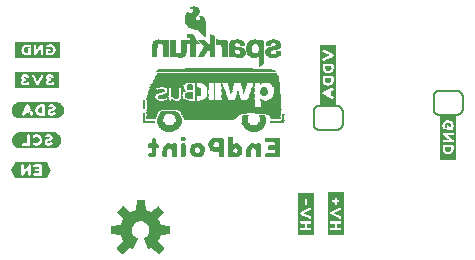
<source format=gbo>
G04 EAGLE Gerber RS-274X export*
G75*
%MOMM*%
%FSLAX34Y34*%
%LPD*%
%INSilkscreen Bottom*%
%IPPOS*%
%AMOC8*
5,1,8,0,0,1.08239X$1,22.5*%
G01*
%ADD10C,0.203200*%
%ADD11R,5.790000X0.040000*%
%ADD12R,8.590000X0.040000*%
%ADD13R,9.200000X0.030000*%
%ADD14R,9.570000X0.040000*%
%ADD15R,9.870000X0.040000*%
%ADD16R,10.060000X0.040000*%
%ADD17R,10.210000X0.030000*%
%ADD18R,10.130000X0.040000*%
%ADD19R,10.210000X0.040000*%
%ADD20R,10.240000X0.040000*%
%ADD21R,10.320000X0.040000*%
%ADD22R,10.400000X0.030000*%
%ADD23R,10.430000X0.040000*%
%ADD24R,10.470000X0.030000*%
%ADD25R,10.500000X0.040000*%
%ADD26R,10.540000X0.040000*%
%ADD27R,10.580000X0.030000*%
%ADD28R,10.580000X0.040000*%
%ADD29R,10.650000X0.040000*%
%ADD30R,10.690000X0.040000*%
%ADD31R,10.690000X0.030000*%
%ADD32R,10.730000X0.040000*%
%ADD33R,1.010000X0.040000*%
%ADD34R,0.300000X0.040000*%
%ADD35R,0.080000X0.040000*%
%ADD36R,0.600000X0.040000*%
%ADD37R,0.560000X0.040000*%
%ADD38R,0.120000X0.040000*%
%ADD39R,0.670000X0.040000*%
%ADD40R,0.190000X0.040000*%
%ADD41R,2.960000X0.040000*%
%ADD42R,0.900000X0.030000*%
%ADD43R,0.190000X0.030000*%
%ADD44R,0.080000X0.030000*%
%ADD45R,0.560000X0.030000*%
%ADD46R,0.040000X0.030000*%
%ADD47R,0.150000X0.030000*%
%ADD48R,2.840000X0.030000*%
%ADD49R,0.830000X0.040000*%
%ADD50R,0.150000X0.040000*%
%ADD51R,0.520000X0.040000*%
%ADD52R,0.490000X0.040000*%
%ADD53R,2.840000X0.040000*%
%ADD54R,0.750000X0.040000*%
%ADD55R,0.410000X0.040000*%
%ADD56R,2.800000X0.040000*%
%ADD57R,0.710000X0.040000*%
%ADD58R,0.040000X0.040000*%
%ADD59R,0.480000X0.040000*%
%ADD60R,0.110000X0.040000*%
%ADD61R,0.340000X0.040000*%
%ADD62R,2.770000X0.040000*%
%ADD63R,0.680000X0.030000*%
%ADD64R,0.440000X0.030000*%
%ADD65R,0.490000X0.030000*%
%ADD66R,0.110000X0.030000*%
%ADD67R,0.300000X0.030000*%
%ADD68R,0.410000X0.030000*%
%ADD69R,2.810000X0.030000*%
%ADD70R,0.640000X0.040000*%
%ADD71R,0.440000X0.040000*%
%ADD72R,0.230000X0.040000*%
%ADD73R,0.630000X0.030000*%
%ADD74R,0.230000X0.030000*%
%ADD75R,0.590000X0.040000*%
%ADD76R,0.380000X0.040000*%
%ADD77R,0.330000X0.040000*%
%ADD78R,1.650000X0.040000*%
%ADD79R,0.780000X0.040000*%
%ADD80R,0.290000X0.040000*%
%ADD81R,0.340000X0.030000*%
%ADD82R,0.330000X0.030000*%
%ADD83R,0.600000X0.030000*%
%ADD84R,0.260000X0.030000*%
%ADD85R,0.420000X0.040000*%
%ADD86R,0.270000X0.040000*%
%ADD87R,0.260000X0.040000*%
%ADD88R,0.450000X0.040000*%
%ADD89R,0.220000X0.040000*%
%ADD90R,0.180000X0.040000*%
%ADD91R,0.520000X0.030000*%
%ADD92R,0.220000X0.030000*%
%ADD93R,0.670000X0.030000*%
%ADD94R,1.310000X0.040000*%
%ADD95R,0.070000X0.040000*%
%ADD96R,0.370000X0.040000*%
%ADD97R,0.640000X0.030000*%
%ADD98R,0.070000X0.030000*%
%ADD99R,1.350000X0.030000*%
%ADD100R,1.280000X0.040000*%
%ADD101R,1.160000X0.040000*%
%ADD102R,0.030000X0.040000*%
%ADD103R,0.980000X0.040000*%
%ADD104R,0.030000X0.030000*%
%ADD105R,0.380000X0.030000*%
%ADD106R,0.890000X0.030000*%
%ADD107R,0.630000X0.040000*%
%ADD108R,0.420000X0.030000*%
%ADD109R,0.450000X0.030000*%
%ADD110R,0.270000X0.030000*%
%ADD111R,0.710000X0.030000*%
%ADD112R,0.860000X0.040000*%
%ADD113R,0.930000X0.030000*%
%ADD114R,0.930000X0.040000*%
%ADD115R,0.530000X0.040000*%
%ADD116R,0.750000X0.030000*%
%ADD117R,0.530000X0.030000*%
%ADD118R,0.370000X0.030000*%
%ADD119R,0.820000X0.040000*%
%ADD120R,0.900000X0.040000*%
%ADD121R,0.970000X0.030000*%
%ADD122R,0.180000X0.030000*%
%ADD123R,1.050000X0.040000*%
%ADD124R,4.640000X0.040000*%
%ADD125R,1.040000X0.040000*%
%ADD126R,1.760000X0.040000*%
%ADD127R,9.160000X0.040000*%
%ADD128R,1.760000X0.030000*%
%ADD129R,9.160000X0.030000*%
%ADD130R,11.400000X0.040000*%
%ADD131R,11.400000X0.030000*%
%ADD132R,8.900000X0.040000*%
%ADD133R,1.380000X0.040000*%
%ADD134R,8.670000X0.030000*%
%ADD135R,1.230000X0.030000*%
%ADD136R,8.600000X0.040000*%
%ADD137R,8.560000X0.040000*%
%ADD138R,1.120000X0.040000*%
%ADD139R,8.520000X0.040000*%
%ADD140R,1.080000X0.040000*%
%ADD141R,8.480000X0.030000*%
%ADD142R,1.270000X0.030000*%
%ADD143R,1.040000X0.030000*%
%ADD144R,8.450000X0.040000*%
%ADD145R,1.420000X0.040000*%
%ADD146R,1.500000X0.040000*%
%ADD147R,2.170000X0.040000*%
%ADD148R,5.570000X0.040000*%
%ADD149R,1.570000X0.040000*%
%ADD150R,0.970000X0.040000*%
%ADD151R,1.420000X0.030000*%
%ADD152R,5.160000X0.030000*%
%ADD153R,1.230000X0.040000*%
%ADD154R,5.010000X0.040000*%
%ADD155R,4.930000X0.040000*%
%ADD156R,0.890000X0.040000*%
%ADD157R,1.080000X0.030000*%
%ADD158R,4.860000X0.030000*%
%ADD159R,4.820000X0.040000*%
%ADD160R,4.750000X0.040000*%
%ADD161R,4.710000X0.040000*%
%ADD162R,4.640000X0.030000*%
%ADD163R,0.480000X0.030000*%
%ADD164R,0.820000X0.030000*%
%ADD165R,4.600000X0.040000*%
%ADD166R,4.520000X0.040000*%
%ADD167R,4.480000X0.040000*%
%ADD168R,0.740000X0.030000*%
%ADD169R,4.410000X0.030000*%
%ADD170R,0.740000X0.040000*%
%ADD171R,4.330000X0.040000*%
%ADD172R,4.290000X0.040000*%
%ADD173R,4.110000X0.040000*%
%ADD174R,0.570000X0.030000*%
%ADD175R,0.570000X0.040000*%
%ADD176R,1.190000X0.040000*%
%ADD177R,1.190000X0.030000*%
%ADD178R,0.940000X0.030000*%
%ADD179R,1.130000X0.040000*%
%ADD180R,0.590000X0.030000*%
%ADD181R,0.680000X0.040000*%
%ADD182R,1.830000X0.040000*%
%ADD183R,1.870000X0.040000*%
%ADD184R,1.800000X0.040000*%
%ADD185R,1.840000X0.040000*%
%ADD186R,1.720000X0.030000*%
%ADD187R,1.640000X0.040000*%
%ADD188R,1.540000X0.040000*%
%ADD189R,1.340000X0.040000*%
%ADD190R,1.270000X0.040000*%

G36*
X142425Y5330D02*
X142425Y5330D01*
X142481Y5330D01*
X142509Y5345D01*
X142541Y5350D01*
X142600Y5390D01*
X142636Y5408D01*
X142645Y5420D01*
X142661Y5431D01*
X146969Y9739D01*
X146986Y9766D01*
X147010Y9787D01*
X147031Y9839D01*
X147060Y9886D01*
X147063Y9918D01*
X147075Y9948D01*
X147072Y10003D01*
X147077Y10059D01*
X147065Y10089D01*
X147063Y10121D01*
X147029Y10184D01*
X147015Y10221D01*
X147004Y10231D01*
X146995Y10248D01*
X142028Y16339D01*
X143217Y18649D01*
X143224Y18675D01*
X143241Y18707D01*
X144033Y21181D01*
X151852Y21975D01*
X151883Y21985D01*
X151915Y21986D01*
X151964Y22013D01*
X152016Y22031D01*
X152039Y22054D01*
X152067Y22069D01*
X152099Y22115D01*
X152138Y22154D01*
X152148Y22185D01*
X152167Y22211D01*
X152180Y22281D01*
X152193Y22319D01*
X152191Y22334D01*
X152194Y22353D01*
X152194Y28447D01*
X152187Y28478D01*
X152189Y28510D01*
X152167Y28561D01*
X152155Y28616D01*
X152134Y28640D01*
X152122Y28670D01*
X152080Y28706D01*
X152045Y28749D01*
X152015Y28762D01*
X151991Y28783D01*
X151922Y28804D01*
X151886Y28820D01*
X151871Y28820D01*
X151852Y28825D01*
X144033Y29619D01*
X143241Y32093D01*
X143228Y32116D01*
X143217Y32151D01*
X142028Y34461D01*
X146995Y40552D01*
X147009Y40580D01*
X147030Y40604D01*
X147046Y40657D01*
X147071Y40707D01*
X147071Y40739D01*
X147080Y40770D01*
X147070Y40825D01*
X147070Y40881D01*
X147055Y40909D01*
X147050Y40941D01*
X147010Y41000D01*
X146992Y41036D01*
X146980Y41045D01*
X146969Y41061D01*
X142661Y45369D01*
X142634Y45386D01*
X142613Y45410D01*
X142561Y45431D01*
X142514Y45460D01*
X142482Y45463D01*
X142452Y45475D01*
X142397Y45472D01*
X142341Y45477D01*
X142311Y45465D01*
X142279Y45463D01*
X142216Y45429D01*
X142179Y45415D01*
X142169Y45404D01*
X142152Y45395D01*
X136061Y40428D01*
X133751Y41617D01*
X133725Y41624D01*
X133693Y41641D01*
X131219Y42433D01*
X130425Y50252D01*
X130417Y50278D01*
X130416Y50290D01*
X130415Y50293D01*
X130414Y50315D01*
X130387Y50364D01*
X130369Y50416D01*
X130346Y50439D01*
X130331Y50467D01*
X130285Y50499D01*
X130246Y50538D01*
X130215Y50548D01*
X130189Y50567D01*
X130119Y50580D01*
X130081Y50593D01*
X130066Y50591D01*
X130047Y50594D01*
X123953Y50594D01*
X123922Y50587D01*
X123890Y50589D01*
X123839Y50567D01*
X123784Y50555D01*
X123760Y50534D01*
X123730Y50522D01*
X123694Y50480D01*
X123651Y50445D01*
X123638Y50415D01*
X123617Y50391D01*
X123596Y50322D01*
X123580Y50286D01*
X123580Y50271D01*
X123578Y50264D01*
X123577Y50262D01*
X123577Y50261D01*
X123575Y50252D01*
X122781Y42433D01*
X120307Y41641D01*
X120284Y41628D01*
X120249Y41617D01*
X117939Y40428D01*
X111848Y45395D01*
X111820Y45409D01*
X111796Y45430D01*
X111743Y45446D01*
X111693Y45471D01*
X111661Y45471D01*
X111630Y45480D01*
X111575Y45470D01*
X111519Y45470D01*
X111491Y45455D01*
X111459Y45450D01*
X111400Y45410D01*
X111365Y45392D01*
X111355Y45380D01*
X111339Y45369D01*
X107031Y41061D01*
X107014Y41034D01*
X106990Y41013D01*
X106969Y40961D01*
X106940Y40914D01*
X106937Y40882D01*
X106925Y40852D01*
X106929Y40797D01*
X106923Y40741D01*
X106935Y40711D01*
X106937Y40679D01*
X106971Y40616D01*
X106985Y40579D01*
X106996Y40569D01*
X107005Y40552D01*
X111972Y34461D01*
X110783Y32151D01*
X110776Y32125D01*
X110759Y32093D01*
X109967Y29619D01*
X102148Y28825D01*
X102117Y28815D01*
X102085Y28814D01*
X102036Y28787D01*
X101984Y28769D01*
X101961Y28746D01*
X101933Y28731D01*
X101901Y28685D01*
X101862Y28646D01*
X101852Y28615D01*
X101833Y28589D01*
X101820Y28519D01*
X101807Y28481D01*
X101809Y28466D01*
X101806Y28447D01*
X101806Y22353D01*
X101813Y22322D01*
X101811Y22290D01*
X101833Y22239D01*
X101845Y22184D01*
X101866Y22160D01*
X101878Y22130D01*
X101920Y22094D01*
X101955Y22051D01*
X101985Y22038D01*
X102009Y22017D01*
X102078Y21996D01*
X102114Y21980D01*
X102129Y21980D01*
X102148Y21975D01*
X109967Y21181D01*
X110759Y18707D01*
X110772Y18684D01*
X110783Y18649D01*
X111972Y16339D01*
X107005Y10248D01*
X106991Y10220D01*
X106970Y10196D01*
X106954Y10143D01*
X106929Y10093D01*
X106929Y10061D01*
X106920Y10030D01*
X106930Y9975D01*
X106930Y9919D01*
X106945Y9891D01*
X106950Y9859D01*
X106990Y9800D01*
X107008Y9765D01*
X107020Y9755D01*
X107031Y9739D01*
X111339Y5431D01*
X111366Y5414D01*
X111387Y5390D01*
X111439Y5369D01*
X111486Y5340D01*
X111518Y5337D01*
X111548Y5325D01*
X111603Y5329D01*
X111659Y5323D01*
X111689Y5335D01*
X111721Y5337D01*
X111784Y5371D01*
X111821Y5385D01*
X111831Y5396D01*
X111848Y5405D01*
X117939Y10372D01*
X120248Y9182D01*
X120312Y9166D01*
X120375Y9143D01*
X120396Y9145D01*
X120416Y9140D01*
X120481Y9154D01*
X120547Y9161D01*
X120565Y9172D01*
X120585Y9177D01*
X120637Y9218D01*
X120693Y9254D01*
X120706Y9273D01*
X120721Y9285D01*
X120737Y9320D01*
X120773Y9374D01*
X124361Y18036D01*
X124366Y18068D01*
X124380Y18096D01*
X124380Y18152D01*
X124389Y18207D01*
X124380Y18238D01*
X124380Y18269D01*
X124355Y18320D01*
X124339Y18373D01*
X124317Y18396D01*
X124303Y18425D01*
X124247Y18471D01*
X124220Y18499D01*
X124206Y18504D01*
X124191Y18517D01*
X122814Y19261D01*
X121648Y20245D01*
X120708Y21447D01*
X120034Y22815D01*
X119653Y24293D01*
X119581Y25817D01*
X119823Y27323D01*
X120367Y28749D01*
X121191Y30033D01*
X122260Y31122D01*
X123528Y31970D01*
X124943Y32540D01*
X126445Y32810D01*
X127970Y32767D01*
X129454Y32414D01*
X130835Y31764D01*
X132054Y30847D01*
X133060Y29700D01*
X133811Y28371D01*
X134274Y26918D01*
X134431Y25399D01*
X134288Y23950D01*
X133865Y22556D01*
X133179Y21272D01*
X132255Y20146D01*
X131129Y19222D01*
X129811Y18517D01*
X129786Y18496D01*
X129757Y18482D01*
X129722Y18439D01*
X129681Y18403D01*
X129668Y18373D01*
X129648Y18348D01*
X129636Y18294D01*
X129615Y18243D01*
X129617Y18210D01*
X129610Y18178D01*
X129624Y18109D01*
X129627Y18070D01*
X129635Y18056D01*
X129639Y18036D01*
X133227Y9374D01*
X133266Y9320D01*
X133298Y9263D01*
X133315Y9251D01*
X133328Y9234D01*
X133386Y9203D01*
X133441Y9165D01*
X133462Y9162D01*
X133481Y9152D01*
X133547Y9151D01*
X133613Y9141D01*
X133636Y9148D01*
X133654Y9147D01*
X133689Y9164D01*
X133752Y9182D01*
X136061Y10372D01*
X142152Y5405D01*
X142180Y5391D01*
X142204Y5370D01*
X142257Y5354D01*
X142307Y5329D01*
X142339Y5329D01*
X142370Y5320D01*
X142425Y5330D01*
G37*
G36*
X292597Y131307D02*
X292597Y131307D01*
X292592Y131314D01*
X292599Y131320D01*
X292599Y181520D01*
X292595Y181526D01*
X292598Y181530D01*
X292498Y182030D01*
X292454Y182069D01*
X292452Y182067D01*
X292450Y182069D01*
X279550Y182069D01*
X279545Y182066D01*
X279542Y182069D01*
X278942Y181969D01*
X278901Y181925D01*
X278904Y181923D01*
X278901Y181920D01*
X278901Y131920D01*
X278904Y131915D01*
X278901Y131912D01*
X279001Y131312D01*
X279045Y131271D01*
X279048Y131274D01*
X279050Y131271D01*
X292550Y131271D01*
X292597Y131307D01*
G37*
G36*
X55834Y120154D02*
X55834Y120154D01*
X55837Y120151D01*
X56537Y120251D01*
X56541Y120255D01*
X56544Y120253D01*
X57244Y120453D01*
X57245Y120454D01*
X57246Y120453D01*
X58446Y120853D01*
X58451Y120861D01*
X58457Y120859D01*
X59055Y121257D01*
X59652Y121556D01*
X59657Y121566D01*
X59665Y121565D01*
X60665Y122565D01*
X60665Y122569D01*
X60668Y122569D01*
X61068Y123069D01*
X61069Y123077D01*
X61074Y123078D01*
X61974Y124878D01*
X61972Y124889D01*
X61979Y124893D01*
X62078Y125590D01*
X62096Y125653D01*
X62097Y125653D01*
X62096Y125653D01*
X62139Y125801D01*
X62153Y125850D01*
X62195Y125998D01*
X62237Y126146D01*
X62251Y126195D01*
X62277Y126286D01*
X62275Y126292D01*
X62277Y126294D01*
X62275Y126297D01*
X62279Y126300D01*
X62279Y127600D01*
X62276Y127604D01*
X62279Y127607D01*
X62179Y128307D01*
X62174Y128312D01*
X62177Y128316D01*
X61977Y128915D01*
X61777Y129614D01*
X61772Y129618D01*
X61774Y129622D01*
X61174Y130822D01*
X61167Y130825D01*
X61168Y130831D01*
X60768Y131331D01*
X60764Y131332D01*
X60765Y131335D01*
X59765Y132335D01*
X59758Y132336D01*
X59757Y132341D01*
X59157Y132741D01*
X59156Y132741D01*
X59155Y132742D01*
X58655Y133042D01*
X58650Y133042D01*
X58649Y133045D01*
X57949Y133345D01*
X57946Y133345D01*
X57946Y133347D01*
X57346Y133547D01*
X57344Y133546D01*
X57344Y133547D01*
X56644Y133747D01*
X56640Y133746D01*
X56638Y133749D01*
X56038Y133849D01*
X56033Y133846D01*
X56030Y133849D01*
X24330Y133849D01*
X24326Y133846D01*
X24323Y133849D01*
X22923Y133649D01*
X22920Y133645D01*
X22918Y133645D01*
X22917Y133645D01*
X22914Y133647D01*
X22314Y133447D01*
X22311Y133442D01*
X22308Y133444D01*
X21108Y132844D01*
X21106Y132840D01*
X21103Y132841D01*
X20503Y132441D01*
X20502Y132438D01*
X20499Y132438D01*
X19999Y132038D01*
X19998Y132034D01*
X19995Y132035D01*
X19495Y131535D01*
X19494Y131528D01*
X19489Y131527D01*
X19090Y130929D01*
X18692Y130431D01*
X18691Y130423D01*
X18686Y130422D01*
X18386Y129822D01*
X18387Y129819D01*
X18384Y129817D01*
X18386Y129815D01*
X18383Y129814D01*
X18356Y129719D01*
X18313Y129571D01*
X18299Y129522D01*
X18257Y129374D01*
X18215Y129226D01*
X18201Y129177D01*
X18183Y129115D01*
X17983Y128516D01*
X17985Y128509D01*
X17981Y128507D01*
X17781Y127107D01*
X17787Y127097D01*
X17781Y127092D01*
X17881Y126496D01*
X17881Y125800D01*
X17887Y125792D01*
X17883Y125786D01*
X18083Y125086D01*
X18084Y125085D01*
X18083Y125084D01*
X18283Y124484D01*
X18288Y124481D01*
X18286Y124478D01*
X18886Y123278D01*
X18890Y123276D01*
X18889Y123273D01*
X19289Y122673D01*
X19296Y122670D01*
X19295Y122665D01*
X19795Y122165D01*
X19799Y122165D01*
X19799Y122162D01*
X20799Y121362D01*
X20803Y121361D01*
X20803Y121359D01*
X21403Y120959D01*
X21407Y120959D01*
X21408Y120956D01*
X22008Y120656D01*
X22015Y120657D01*
X22016Y120653D01*
X22715Y120453D01*
X23314Y120253D01*
X23325Y120257D01*
X23330Y120251D01*
X24027Y120251D01*
X24723Y120151D01*
X24728Y120154D01*
X24730Y120151D01*
X55830Y120151D01*
X55834Y120154D01*
G37*
G36*
X52794Y94754D02*
X52794Y94754D01*
X52797Y94751D01*
X53493Y94851D01*
X54190Y94851D01*
X54199Y94858D01*
X54206Y94853D01*
X54805Y95053D01*
X55504Y95253D01*
X55508Y95258D01*
X55512Y95256D01*
X56112Y95556D01*
X56114Y95560D01*
X56117Y95559D01*
X56717Y95959D01*
X56718Y95962D01*
X56721Y95962D01*
X57721Y96762D01*
X57722Y96766D01*
X57725Y96765D01*
X58225Y97265D01*
X58226Y97272D01*
X58231Y97273D01*
X58631Y97873D01*
X58631Y97875D01*
X58632Y97875D01*
X58932Y98375D01*
X58932Y98378D01*
X58934Y98378D01*
X59234Y98978D01*
X59233Y98985D01*
X59237Y98986D01*
X59276Y99121D01*
X59290Y99170D01*
X59332Y99318D01*
X59374Y99465D01*
X59388Y99515D01*
X59430Y99662D01*
X59431Y99662D01*
X59430Y99662D01*
X59437Y99685D01*
X59637Y100284D01*
X59635Y100291D01*
X59639Y100293D01*
X59739Y100993D01*
X59736Y100998D01*
X59739Y101000D01*
X59739Y102400D01*
X59732Y102409D01*
X59737Y102416D01*
X59538Y103011D01*
X59439Y103707D01*
X59431Y103715D01*
X59434Y103722D01*
X58534Y105522D01*
X58527Y105525D01*
X58528Y105531D01*
X58128Y106031D01*
X58124Y106032D01*
X58125Y106035D01*
X57125Y107035D01*
X57113Y107036D01*
X57112Y107044D01*
X56515Y107343D01*
X55917Y107741D01*
X55908Y107740D01*
X55906Y107747D01*
X54706Y108147D01*
X54704Y108146D01*
X54704Y108147D01*
X54004Y108347D01*
X53999Y108346D01*
X53997Y108349D01*
X53297Y108449D01*
X53292Y108446D01*
X53290Y108449D01*
X24490Y108449D01*
X24486Y108446D01*
X24483Y108449D01*
X23783Y108349D01*
X23778Y108344D01*
X23774Y108347D01*
X23175Y108147D01*
X22476Y107947D01*
X22475Y107946D01*
X22474Y107947D01*
X21874Y107747D01*
X21869Y107739D01*
X21863Y107741D01*
X21263Y107341D01*
X21262Y107338D01*
X21259Y107338D01*
X20259Y106538D01*
X20258Y106534D01*
X20255Y106535D01*
X19755Y106035D01*
X19755Y106031D01*
X19752Y106031D01*
X19352Y105531D01*
X19351Y105527D01*
X19349Y105527D01*
X18949Y104927D01*
X18949Y104923D01*
X18946Y104922D01*
X18646Y104322D01*
X18646Y104319D01*
X18645Y104319D01*
X18647Y104316D01*
X18647Y104315D01*
X18643Y104314D01*
X18630Y104269D01*
X18588Y104122D01*
X18574Y104072D01*
X18532Y103925D01*
X18489Y103777D01*
X18475Y103728D01*
X18443Y103615D01*
X18243Y103016D01*
X18245Y103009D01*
X18241Y103007D01*
X18141Y102307D01*
X18144Y102302D01*
X18141Y102300D01*
X18141Y101000D01*
X18144Y100996D01*
X18141Y100993D01*
X18241Y100293D01*
X18245Y100289D01*
X18243Y100286D01*
X18443Y99586D01*
X18444Y99585D01*
X18443Y99584D01*
X18643Y98984D01*
X18648Y98981D01*
X18646Y98978D01*
X19246Y97778D01*
X19253Y97775D01*
X19252Y97769D01*
X19652Y97269D01*
X19656Y97268D01*
X19655Y97265D01*
X20655Y96265D01*
X20659Y96265D01*
X20659Y96262D01*
X21159Y95862D01*
X21167Y95861D01*
X21168Y95856D01*
X22368Y95256D01*
X22375Y95257D01*
X22376Y95253D01*
X23075Y95053D01*
X23674Y94853D01*
X23681Y94855D01*
X23683Y94851D01*
X24383Y94751D01*
X24388Y94754D01*
X24390Y94751D01*
X52790Y94751D01*
X52794Y94754D01*
G37*
G36*
X58244Y170856D02*
X58244Y170856D01*
X58255Y170853D01*
X58855Y170953D01*
X58885Y170971D01*
X58919Y170980D01*
X58927Y170995D01*
X58947Y171007D01*
X58970Y171082D01*
X58979Y171100D01*
X58979Y184600D01*
X58962Y184644D01*
X58950Y184689D01*
X58944Y184692D01*
X58941Y184700D01*
X58845Y184749D01*
X58836Y184746D01*
X58830Y184749D01*
X55530Y184749D01*
X55529Y184749D01*
X55528Y184749D01*
X55523Y184747D01*
X55480Y184730D01*
X55442Y184743D01*
X55430Y184749D01*
X21630Y184749D01*
X21616Y184744D01*
X21605Y184747D01*
X21005Y184647D01*
X20975Y184629D01*
X20941Y184620D01*
X20933Y184605D01*
X20913Y184593D01*
X20890Y184518D01*
X20881Y184500D01*
X20881Y171000D01*
X20898Y170956D01*
X20910Y170911D01*
X20916Y170908D01*
X20919Y170900D01*
X21015Y170851D01*
X21024Y170854D01*
X21030Y170851D01*
X58230Y170851D01*
X58244Y170856D01*
G37*
G36*
X394194Y84398D02*
X394194Y84398D01*
X394239Y84410D01*
X394242Y84416D01*
X394250Y84419D01*
X394299Y84515D01*
X394296Y84524D01*
X394299Y84530D01*
X394299Y121730D01*
X394294Y121744D01*
X394297Y121755D01*
X394197Y122355D01*
X394179Y122385D01*
X394170Y122419D01*
X394155Y122427D01*
X394143Y122447D01*
X394068Y122470D01*
X394050Y122479D01*
X380550Y122479D01*
X380506Y122462D01*
X380461Y122450D01*
X380458Y122444D01*
X380450Y122441D01*
X380401Y122345D01*
X380404Y122336D01*
X380401Y122330D01*
X380401Y119030D01*
X380401Y119029D01*
X380401Y119028D01*
X380403Y119023D01*
X380420Y118980D01*
X380407Y118942D01*
X380401Y118930D01*
X380401Y85130D01*
X380406Y85116D01*
X380403Y85105D01*
X380503Y84505D01*
X380521Y84475D01*
X380530Y84441D01*
X380545Y84433D01*
X380557Y84413D01*
X380632Y84390D01*
X380650Y84381D01*
X394150Y84381D01*
X394194Y84398D01*
G37*
G36*
X57093Y145463D02*
X57093Y145463D01*
X57115Y145461D01*
X57615Y145661D01*
X57630Y145675D01*
X57649Y145680D01*
X57661Y145703D01*
X57694Y145735D01*
X57698Y145777D01*
X57709Y145800D01*
X57709Y158700D01*
X57697Y158733D01*
X57699Y158755D01*
X57499Y159255D01*
X57488Y159266D01*
X57487Y159271D01*
X57485Y159272D01*
X57480Y159289D01*
X57457Y159301D01*
X57425Y159334D01*
X57383Y159338D01*
X57360Y159349D01*
X54260Y159349D01*
X54254Y159347D01*
X54247Y159349D01*
X54228Y159337D01*
X54211Y159331D01*
X54182Y159338D01*
X54160Y159349D01*
X21060Y159349D01*
X21046Y159344D01*
X21035Y159347D01*
X20435Y159247D01*
X20405Y159229D01*
X20371Y159220D01*
X20363Y159205D01*
X20343Y159193D01*
X20320Y159118D01*
X20311Y159100D01*
X20311Y146200D01*
X20316Y146186D01*
X20313Y146175D01*
X20413Y145575D01*
X20431Y145545D01*
X20440Y145511D01*
X20455Y145503D01*
X20467Y145483D01*
X20542Y145460D01*
X20560Y145451D01*
X57060Y145451D01*
X57093Y145463D01*
G37*
G36*
X298518Y21144D02*
X298518Y21144D01*
X298530Y21141D01*
X298930Y21441D01*
X298934Y21457D01*
X298941Y21462D01*
X298937Y21468D01*
X298939Y21472D01*
X298949Y21480D01*
X298949Y57780D01*
X298920Y57818D01*
X298918Y57826D01*
X298418Y58026D01*
X298405Y58022D01*
X298400Y58029D01*
X285500Y58029D01*
X285467Y58004D01*
X285456Y58002D01*
X285256Y57602D01*
X285258Y57593D01*
X285253Y57589D01*
X285256Y57584D01*
X285251Y57580D01*
X285251Y21580D01*
X285264Y21562D01*
X285261Y21550D01*
X285561Y21150D01*
X285592Y21142D01*
X285600Y21131D01*
X298500Y21131D01*
X298518Y21144D01*
G37*
G36*
X273338Y21160D02*
X273338Y21160D01*
X273346Y21162D01*
X273546Y21662D01*
X273542Y21675D01*
X273549Y21680D01*
X273549Y56380D01*
X273536Y56398D01*
X273539Y56410D01*
X273239Y56810D01*
X273208Y56819D01*
X273200Y56829D01*
X260300Y56829D01*
X260282Y56816D01*
X260270Y56819D01*
X259870Y56519D01*
X259862Y56488D01*
X259851Y56480D01*
X259851Y21280D01*
X259887Y21233D01*
X259890Y21235D01*
X259892Y21231D01*
X260492Y21131D01*
X260497Y21134D01*
X260500Y21131D01*
X273300Y21131D01*
X273338Y21160D01*
G37*
G36*
X46805Y69354D02*
X46805Y69354D01*
X46808Y69351D01*
X47408Y69451D01*
X47431Y69475D01*
X47444Y69477D01*
X50844Y76077D01*
X50843Y76082D01*
X50846Y76085D01*
X50841Y76091D01*
X50838Y76110D01*
X50844Y76122D01*
X50544Y76722D01*
X47544Y82822D01*
X47520Y82834D01*
X47516Y82847D01*
X46916Y83047D01*
X46905Y83043D01*
X46900Y83049D01*
X21000Y83049D01*
X20975Y83030D01*
X20962Y83031D01*
X20562Y82531D01*
X20561Y82523D01*
X20556Y82523D01*
X17456Y76523D01*
X17459Y76509D01*
X17454Y76505D01*
X17458Y76499D01*
X17451Y76492D01*
X17551Y75892D01*
X17559Y75885D01*
X17556Y75878D01*
X20556Y69778D01*
X20566Y69773D01*
X20565Y69765D01*
X20965Y69365D01*
X20992Y69362D01*
X21000Y69351D01*
X46800Y69351D01*
X46805Y69354D01*
G37*
G36*
X181640Y188691D02*
X181640Y188691D01*
X181691Y188693D01*
X181723Y188711D01*
X181759Y188719D01*
X181798Y188752D01*
X181843Y188776D01*
X181864Y188806D01*
X181892Y188829D01*
X181913Y188876D01*
X181943Y188918D01*
X181951Y188960D01*
X181963Y188988D01*
X181962Y189018D01*
X181970Y189060D01*
X181970Y201860D01*
X181966Y201878D01*
X181968Y201902D01*
X181768Y203702D01*
X181757Y203733D01*
X181751Y203780D01*
X181551Y204380D01*
X181538Y204400D01*
X181530Y204430D01*
X181230Y205030D01*
X181222Y205040D01*
X181216Y205056D01*
X180916Y205556D01*
X180902Y205570D01*
X180893Y205589D01*
X180816Y205659D01*
X180795Y205680D01*
X180790Y205682D01*
X180786Y205686D01*
X180302Y205976D01*
X179918Y206264D01*
X179883Y206279D01*
X179831Y206313D01*
X178831Y206713D01*
X178798Y206718D01*
X178753Y206735D01*
X178153Y206835D01*
X178126Y206833D01*
X178090Y206840D01*
X177290Y206840D01*
X177254Y206832D01*
X177198Y206829D01*
X176843Y206740D01*
X176690Y206740D01*
X176675Y206737D01*
X176660Y206739D01*
X176528Y206702D01*
X176521Y206701D01*
X176521Y206700D01*
X176520Y206700D01*
X176320Y206600D01*
X176301Y206584D01*
X176277Y206575D01*
X176235Y206529D01*
X176187Y206489D01*
X176177Y206467D01*
X176160Y206448D01*
X176142Y206388D01*
X176116Y206331D01*
X176118Y206306D01*
X176110Y206282D01*
X176121Y206220D01*
X176124Y206158D01*
X176136Y206136D01*
X176140Y206111D01*
X176189Y206038D01*
X176207Y206006D01*
X176215Y206001D01*
X176221Y205991D01*
X176321Y205891D01*
X176353Y205871D01*
X176420Y205820D01*
X176820Y205620D01*
X176843Y205614D01*
X176870Y205599D01*
X177085Y205528D01*
X177395Y205218D01*
X177545Y204992D01*
X177610Y204798D01*
X177610Y204622D01*
X177538Y204406D01*
X177378Y204085D01*
X177148Y203856D01*
X176912Y203698D01*
X176481Y203526D01*
X176052Y203440D01*
X175337Y203440D01*
X174646Y203613D01*
X174150Y203944D01*
X173829Y204345D01*
X173670Y204822D01*
X173670Y205382D01*
X173916Y205955D01*
X174576Y206709D01*
X175374Y207607D01*
X175375Y207609D01*
X175376Y207610D01*
X176076Y208410D01*
X176092Y208439D01*
X176122Y208475D01*
X176622Y209375D01*
X176633Y209413D01*
X176661Y209478D01*
X176861Y210378D01*
X176861Y210411D01*
X176870Y210460D01*
X176870Y211260D01*
X176862Y211297D01*
X176851Y211380D01*
X176551Y212280D01*
X176530Y212314D01*
X176499Y212381D01*
X175999Y213081D01*
X175973Y213104D01*
X175943Y213144D01*
X175043Y213944D01*
X175012Y213961D01*
X174972Y213994D01*
X173872Y214594D01*
X173836Y214604D01*
X173758Y214634D01*
X172658Y214834D01*
X172629Y214833D01*
X172590Y214840D01*
X171590Y214840D01*
X171553Y214832D01*
X171470Y214821D01*
X170570Y214521D01*
X170564Y214517D01*
X170557Y214516D01*
X169757Y214216D01*
X169742Y214206D01*
X169720Y214200D01*
X169554Y214117D01*
X169120Y213900D01*
X169098Y213882D01*
X169062Y213864D01*
X168662Y213564D01*
X168647Y213546D01*
X168621Y213529D01*
X168521Y213429D01*
X168508Y213407D01*
X168488Y213391D01*
X168462Y213334D01*
X168430Y213282D01*
X168427Y213256D01*
X168417Y213232D01*
X168419Y213171D01*
X168413Y213109D01*
X168422Y213085D01*
X168423Y213059D01*
X168453Y213005D01*
X168475Y212947D01*
X168494Y212930D01*
X168506Y212907D01*
X168557Y212872D01*
X168602Y212830D01*
X168627Y212822D01*
X168648Y212807D01*
X168732Y212791D01*
X168768Y212780D01*
X168778Y212782D01*
X168790Y212780D01*
X169090Y212780D01*
X169127Y212788D01*
X169210Y212799D01*
X169452Y212880D01*
X169643Y212880D01*
X169998Y212791D01*
X170006Y212791D01*
X170015Y212787D01*
X170466Y212697D01*
X170789Y212535D01*
X171110Y212295D01*
X171245Y212092D01*
X171329Y211840D01*
X171342Y211820D01*
X171350Y211790D01*
X171438Y211614D01*
X171489Y211460D01*
X171429Y211280D01*
X171428Y211267D01*
X171421Y211252D01*
X171337Y210916D01*
X171174Y210671D01*
X171166Y210651D01*
X171150Y210630D01*
X170978Y210285D01*
X170748Y210056D01*
X170479Y209876D01*
X170472Y209869D01*
X170462Y209864D01*
X170070Y209571D01*
X169799Y209390D01*
X169367Y209174D01*
X169100Y209040D01*
X168552Y209040D01*
X168359Y209105D01*
X168210Y209204D01*
X168070Y209622D01*
X168070Y210360D01*
X168058Y210410D01*
X168058Y210431D01*
X168057Y210455D01*
X168056Y210462D01*
X168039Y210494D01*
X168031Y210529D01*
X167998Y210569D01*
X167973Y210614D01*
X167943Y210635D01*
X167921Y210662D01*
X167873Y210684D01*
X167831Y210713D01*
X167795Y210719D01*
X167762Y210733D01*
X167711Y210731D01*
X167660Y210739D01*
X167619Y210728D01*
X167589Y210727D01*
X167562Y210712D01*
X167520Y210700D01*
X167509Y210695D01*
X166749Y210315D01*
X166720Y210300D01*
X166716Y210297D01*
X166606Y210213D01*
X165806Y209313D01*
X165791Y209285D01*
X165762Y209252D01*
X165062Y208052D01*
X165053Y208023D01*
X165032Y207988D01*
X164532Y206588D01*
X164529Y206562D01*
X164516Y206530D01*
X164216Y204930D01*
X164218Y204894D01*
X164210Y204839D01*
X164310Y203039D01*
X164320Y203007D01*
X164324Y202958D01*
X164824Y201158D01*
X164841Y201127D01*
X164858Y201075D01*
X165858Y199275D01*
X165875Y199257D01*
X165890Y199227D01*
X166590Y198327D01*
X166597Y198321D01*
X166601Y198313D01*
X166611Y198307D01*
X166621Y198291D01*
X167421Y197491D01*
X167431Y197485D01*
X167440Y197474D01*
X168240Y196774D01*
X168265Y196760D01*
X168294Y196734D01*
X169294Y196134D01*
X169319Y196126D01*
X169349Y196107D01*
X170349Y195707D01*
X170368Y195704D01*
X170390Y195693D01*
X171490Y195393D01*
X171507Y195393D01*
X171528Y195385D01*
X172728Y195185D01*
X172754Y195187D01*
X172790Y195180D01*
X174659Y195180D01*
X175156Y195097D01*
X175572Y194847D01*
X176522Y194087D01*
X176998Y193517D01*
X177010Y193507D01*
X177021Y193491D01*
X178299Y192214D01*
X178781Y191539D01*
X178801Y191521D01*
X178821Y191491D01*
X179409Y190903D01*
X179898Y190317D01*
X179910Y190307D01*
X179921Y190291D01*
X180402Y189810D01*
X180686Y189432D01*
X180704Y189417D01*
X180721Y189391D01*
X180995Y189118D01*
X181174Y188849D01*
X181193Y188831D01*
X181206Y188807D01*
X181256Y188772D01*
X181300Y188731D01*
X181326Y188723D01*
X181348Y188707D01*
X181429Y188692D01*
X181466Y188681D01*
X181477Y188682D01*
X181490Y188680D01*
X181590Y188680D01*
X181640Y188691D01*
G37*
G36*
X227329Y163191D02*
X227329Y163191D01*
X227391Y163193D01*
X227413Y163206D01*
X227439Y163210D01*
X227510Y163258D01*
X227543Y163276D01*
X227549Y163284D01*
X227559Y163291D01*
X228444Y164176D01*
X229928Y165363D01*
X229939Y165378D01*
X229959Y165391D01*
X230844Y166276D01*
X231328Y166663D01*
X231334Y166671D01*
X231343Y166676D01*
X231387Y166739D01*
X231435Y166799D01*
X231437Y166809D01*
X231443Y166818D01*
X231458Y166899D01*
X231463Y166910D01*
X231463Y166922D01*
X231470Y166960D01*
X231470Y185460D01*
X231469Y185464D01*
X231470Y185469D01*
X231450Y185549D01*
X231431Y185629D01*
X231428Y185632D01*
X231427Y185637D01*
X231373Y185699D01*
X231321Y185762D01*
X231316Y185764D01*
X231314Y185768D01*
X231182Y185829D01*
X230782Y185929D01*
X230774Y185929D01*
X230765Y185933D01*
X230265Y186033D01*
X230233Y186032D01*
X230190Y186040D01*
X229737Y186040D01*
X229382Y186129D01*
X229374Y186129D01*
X229365Y186133D01*
X228873Y186231D01*
X228482Y186329D01*
X228474Y186329D01*
X228465Y186333D01*
X227465Y186533D01*
X227463Y186533D01*
X227462Y186533D01*
X227378Y186530D01*
X227291Y186527D01*
X227290Y186527D01*
X227289Y186527D01*
X227215Y186486D01*
X227139Y186445D01*
X227138Y186444D01*
X227137Y186444D01*
X227089Y186375D01*
X227038Y186304D01*
X227038Y186303D01*
X227037Y186302D01*
X227010Y186160D01*
X227010Y185378D01*
X226859Y185529D01*
X226843Y185539D01*
X226828Y185557D01*
X226328Y185957D01*
X226307Y185967D01*
X226286Y185986D01*
X225286Y186586D01*
X225273Y186590D01*
X225153Y186635D01*
X223953Y186835D01*
X223926Y186833D01*
X223890Y186840D01*
X223190Y186840D01*
X223179Y186838D01*
X223165Y186839D01*
X221665Y186739D01*
X221628Y186728D01*
X221562Y186718D01*
X220162Y186218D01*
X220133Y186199D01*
X220086Y186181D01*
X218986Y185481D01*
X218959Y185453D01*
X218907Y185414D01*
X218007Y184414D01*
X217994Y184391D01*
X217969Y184364D01*
X217269Y183264D01*
X217257Y183228D01*
X217227Y183172D01*
X216827Y181872D01*
X216826Y181857D01*
X216818Y181840D01*
X216518Y180440D01*
X216519Y180416D01*
X216511Y180385D01*
X216411Y178885D01*
X216414Y178863D01*
X216411Y178833D01*
X216511Y177433D01*
X216518Y177409D01*
X216520Y177375D01*
X216820Y176075D01*
X216832Y176050D01*
X216839Y176014D01*
X217339Y174814D01*
X217349Y174799D01*
X217356Y174778D01*
X217956Y173678D01*
X217982Y173649D01*
X218021Y173591D01*
X218921Y172691D01*
X218943Y172678D01*
X218966Y172652D01*
X220066Y171852D01*
X220102Y171837D01*
X220170Y171799D01*
X221370Y171399D01*
X221400Y171396D01*
X221440Y171383D01*
X222940Y171183D01*
X222979Y171187D01*
X223053Y171185D01*
X224853Y171485D01*
X224889Y171500D01*
X224960Y171520D01*
X225090Y171585D01*
X225560Y171820D01*
X225570Y171828D01*
X225586Y171834D01*
X226586Y172434D01*
X226606Y172454D01*
X226687Y172522D01*
X226910Y172801D01*
X226910Y163560D01*
X226916Y163535D01*
X226913Y163509D01*
X226935Y163452D01*
X226949Y163391D01*
X226966Y163371D01*
X226975Y163347D01*
X227020Y163305D01*
X227059Y163258D01*
X227083Y163247D01*
X227102Y163230D01*
X227161Y163212D01*
X227218Y163187D01*
X227243Y163188D01*
X227268Y163180D01*
X227329Y163191D01*
G37*
G36*
X211320Y171187D02*
X211320Y171187D01*
X211365Y171187D01*
X211828Y171280D01*
X212290Y171280D01*
X212326Y171288D01*
X212382Y171291D01*
X212782Y171391D01*
X212802Y171401D01*
X212831Y171407D01*
X213331Y171607D01*
X213343Y171615D01*
X213360Y171620D01*
X213760Y171820D01*
X213776Y171833D01*
X213801Y171844D01*
X214081Y172031D01*
X214460Y172220D01*
X214489Y172244D01*
X214559Y172291D01*
X214859Y172591D01*
X214875Y172618D01*
X214906Y172649D01*
X215101Y172940D01*
X215394Y173332D01*
X215398Y173341D01*
X215406Y173349D01*
X215606Y173649D01*
X215607Y173650D01*
X215608Y173651D01*
X215663Y173785D01*
X215753Y174236D01*
X215930Y174590D01*
X215934Y174605D01*
X215943Y174618D01*
X215969Y174752D01*
X215970Y174759D01*
X215970Y174760D01*
X215970Y175222D01*
X216063Y175685D01*
X216063Y175695D01*
X216064Y175828D01*
X215864Y176928D01*
X215855Y176950D01*
X215851Y176980D01*
X215551Y177880D01*
X215534Y177907D01*
X215520Y177949D01*
X215120Y178649D01*
X215097Y178673D01*
X215037Y178749D01*
X214337Y179349D01*
X214311Y179363D01*
X214279Y179390D01*
X213579Y179790D01*
X213553Y179798D01*
X213524Y179816D01*
X212724Y180116D01*
X212705Y180119D01*
X212682Y180129D01*
X211882Y180329D01*
X211860Y180329D01*
X211832Y180338D01*
X210932Y180438D01*
X209138Y180637D01*
X208469Y180733D01*
X207803Y180923D01*
X207250Y181108D01*
X206850Y181348D01*
X206670Y181587D01*
X206670Y182470D01*
X206903Y182935D01*
X206959Y182991D01*
X206979Y183023D01*
X207030Y183090D01*
X207073Y183177D01*
X207480Y183380D01*
X207590Y183380D01*
X207605Y183383D01*
X207620Y183381D01*
X207752Y183418D01*
X207759Y183419D01*
X207759Y183420D01*
X207760Y183420D01*
X207880Y183480D01*
X209500Y183480D01*
X210365Y183048D01*
X210678Y182735D01*
X210738Y182614D01*
X210829Y182340D01*
X210842Y182320D01*
X210850Y182290D01*
X210910Y182170D01*
X210910Y181760D01*
X210921Y181710D01*
X210923Y181659D01*
X210941Y181627D01*
X210949Y181591D01*
X210982Y181552D01*
X211006Y181507D01*
X211036Y181486D01*
X211059Y181458D01*
X211106Y181437D01*
X211148Y181407D01*
X211190Y181399D01*
X211218Y181387D01*
X211248Y181388D01*
X211290Y181380D01*
X215190Y181380D01*
X215270Y181398D01*
X215350Y181415D01*
X215354Y181418D01*
X215359Y181419D01*
X215422Y181472D01*
X215486Y181522D01*
X215488Y181526D01*
X215492Y181529D01*
X215526Y181604D01*
X215561Y181678D01*
X215561Y181683D01*
X215563Y181688D01*
X215562Y181715D01*
X215565Y181823D01*
X215365Y183023D01*
X215355Y183046D01*
X215355Y183048D01*
X215354Y183068D01*
X215352Y183073D01*
X215351Y183080D01*
X215151Y183680D01*
X215131Y183712D01*
X215094Y183788D01*
X214806Y184172D01*
X214516Y184656D01*
X214504Y184668D01*
X214494Y184688D01*
X214194Y185088D01*
X214169Y185109D01*
X214162Y185122D01*
X214147Y185133D01*
X214118Y185164D01*
X213718Y185464D01*
X213702Y185471D01*
X213686Y185486D01*
X212686Y186086D01*
X212661Y186094D01*
X212631Y186113D01*
X212131Y186313D01*
X212102Y186317D01*
X212065Y186333D01*
X211588Y186428D01*
X211010Y186621D01*
X210985Y186623D01*
X210953Y186635D01*
X210359Y186734D01*
X209865Y186833D01*
X209833Y186832D01*
X209790Y186840D01*
X207490Y186840D01*
X207460Y186833D01*
X207415Y186833D01*
X206952Y186740D01*
X206390Y186740D01*
X206360Y186733D01*
X206315Y186733D01*
X205815Y186633D01*
X205789Y186621D01*
X205749Y186613D01*
X205281Y186426D01*
X204815Y186333D01*
X204789Y186321D01*
X204749Y186313D01*
X204249Y186113D01*
X204218Y186091D01*
X204162Y186064D01*
X202962Y185164D01*
X202937Y185134D01*
X202886Y185088D01*
X202586Y184688D01*
X202574Y184662D01*
X202550Y184630D01*
X202350Y184230D01*
X202347Y184216D01*
X202337Y184201D01*
X202137Y183701D01*
X202133Y183672D01*
X202117Y183635D01*
X202017Y183135D01*
X202018Y183103D01*
X202010Y183060D01*
X202010Y174450D01*
X201950Y174330D01*
X201946Y174315D01*
X201937Y174302D01*
X201911Y174168D01*
X201910Y174162D01*
X201910Y174161D01*
X201910Y174160D01*
X201910Y173350D01*
X201850Y173230D01*
X201846Y173215D01*
X201837Y173202D01*
X201828Y173156D01*
X201827Y173153D01*
X201827Y173151D01*
X201811Y173068D01*
X201810Y173062D01*
X201810Y173061D01*
X201810Y173060D01*
X201810Y172950D01*
X201750Y172830D01*
X201746Y172815D01*
X201737Y172802D01*
X201711Y172668D01*
X201710Y172662D01*
X201710Y172661D01*
X201710Y172660D01*
X201710Y172450D01*
X201678Y172385D01*
X201621Y172329D01*
X201581Y172264D01*
X201537Y172202D01*
X201535Y172190D01*
X201530Y172182D01*
X201526Y172145D01*
X201510Y172060D01*
X201510Y171960D01*
X201521Y171910D01*
X201523Y171859D01*
X201541Y171827D01*
X201549Y171791D01*
X201582Y171752D01*
X201606Y171707D01*
X201636Y171686D01*
X201659Y171658D01*
X201706Y171637D01*
X201748Y171607D01*
X201790Y171599D01*
X201818Y171587D01*
X201848Y171588D01*
X201890Y171580D01*
X205790Y171580D01*
X205840Y171591D01*
X205891Y171593D01*
X205923Y171611D01*
X205959Y171619D01*
X205998Y171652D01*
X206043Y171676D01*
X206064Y171706D01*
X206092Y171729D01*
X206113Y171776D01*
X206143Y171818D01*
X206151Y171860D01*
X206163Y171888D01*
X206163Y171898D01*
X206199Y171956D01*
X206243Y172018D01*
X206245Y172030D01*
X206250Y172038D01*
X206254Y172075D01*
X206256Y172089D01*
X206259Y172091D01*
X206299Y172156D01*
X206343Y172218D01*
X206345Y172230D01*
X206350Y172238D01*
X206354Y172275D01*
X206370Y172360D01*
X206370Y172509D01*
X206383Y172530D01*
X206521Y172391D01*
X206548Y172375D01*
X206579Y172344D01*
X206879Y172144D01*
X206915Y172130D01*
X206970Y172099D01*
X207222Y172015D01*
X207479Y171844D01*
X207515Y171830D01*
X207570Y171799D01*
X208770Y171399D01*
X208807Y171396D01*
X208890Y171380D01*
X209128Y171380D01*
X209370Y171299D01*
X209407Y171296D01*
X209490Y171280D01*
X209828Y171280D01*
X210070Y171199D01*
X210107Y171196D01*
X210190Y171180D01*
X211290Y171180D01*
X211320Y171187D01*
G37*
G36*
X180322Y171587D02*
X180322Y171587D01*
X180356Y171585D01*
X180406Y171607D01*
X180459Y171619D01*
X180484Y171640D01*
X180515Y171653D01*
X180562Y171705D01*
X180592Y171729D01*
X180599Y171745D01*
X180613Y171760D01*
X184269Y177666D01*
X185310Y176695D01*
X185310Y171960D01*
X185321Y171910D01*
X185323Y171859D01*
X185341Y171827D01*
X185349Y171791D01*
X185382Y171752D01*
X185406Y171707D01*
X185436Y171686D01*
X185459Y171658D01*
X185506Y171637D01*
X185548Y171607D01*
X185590Y171599D01*
X185618Y171587D01*
X185648Y171588D01*
X185690Y171580D01*
X189590Y171580D01*
X189640Y171591D01*
X189691Y171593D01*
X189723Y171611D01*
X189759Y171619D01*
X189798Y171652D01*
X189843Y171676D01*
X189864Y171706D01*
X189892Y171729D01*
X189913Y171776D01*
X189943Y171818D01*
X189951Y171860D01*
X189963Y171888D01*
X189962Y171918D01*
X189970Y171960D01*
X189970Y189360D01*
X189960Y189403D01*
X189960Y189448D01*
X189941Y189487D01*
X189931Y189529D01*
X189902Y189563D01*
X189882Y189603D01*
X189843Y189636D01*
X189821Y189662D01*
X189797Y189673D01*
X189770Y189695D01*
X185870Y191795D01*
X185815Y191810D01*
X185762Y191833D01*
X185732Y191832D01*
X185703Y191840D01*
X185647Y191829D01*
X185589Y191827D01*
X185563Y191812D01*
X185533Y191806D01*
X185488Y191771D01*
X185437Y191744D01*
X185420Y191719D01*
X185396Y191701D01*
X185370Y191649D01*
X185337Y191602D01*
X185331Y191568D01*
X185319Y191545D01*
X185320Y191510D01*
X185310Y191460D01*
X185310Y182005D01*
X181064Y186423D01*
X180997Y186467D01*
X180932Y186513D01*
X180924Y186514D01*
X180919Y186518D01*
X180886Y186522D01*
X180790Y186540D01*
X176190Y186540D01*
X176163Y186534D01*
X176136Y186536D01*
X176080Y186514D01*
X176021Y186501D01*
X176000Y186483D01*
X175974Y186473D01*
X175934Y186429D01*
X175888Y186391D01*
X175876Y186365D01*
X175858Y186345D01*
X175841Y186287D01*
X175817Y186232D01*
X175818Y186205D01*
X175810Y186178D01*
X175821Y186119D01*
X175823Y186059D01*
X175837Y186035D01*
X175842Y186008D01*
X175888Y185941D01*
X175906Y185907D01*
X175916Y185900D01*
X175924Y185889D01*
X181001Y180907D01*
X175272Y172168D01*
X175247Y172099D01*
X175217Y172032D01*
X175217Y172019D01*
X175213Y172006D01*
X175221Y171933D01*
X175223Y171859D01*
X175230Y171847D01*
X175231Y171834D01*
X175271Y171772D01*
X175306Y171707D01*
X175317Y171699D01*
X175325Y171688D01*
X175388Y171650D01*
X175448Y171607D01*
X175463Y171604D01*
X175473Y171598D01*
X175512Y171595D01*
X175590Y171580D01*
X180290Y171580D01*
X180322Y171587D01*
G37*
G36*
X242712Y86902D02*
X242712Y86902D01*
X242714Y86901D01*
X244114Y87001D01*
X244128Y87014D01*
X244140Y87011D01*
X244940Y87611D01*
X244948Y87639D01*
X244959Y87646D01*
X245059Y88846D01*
X245057Y88849D01*
X245059Y88850D01*
X245059Y101950D01*
X245054Y101957D01*
X245058Y101962D01*
X244758Y103162D01*
X244735Y103181D01*
X244732Y103194D01*
X243932Y103594D01*
X243919Y103592D01*
X243916Y103597D01*
X243915Y103597D01*
X243914Y103599D01*
X242614Y103699D01*
X242611Y103698D01*
X242610Y103699D01*
X234310Y103699D01*
X234307Y103697D01*
X234306Y103699D01*
X233106Y103599D01*
X233095Y103589D01*
X233086Y103593D01*
X232186Y103093D01*
X232177Y103073D01*
X232171Y103068D01*
X232174Y103065D01*
X232173Y103064D01*
X232161Y103058D01*
X231961Y101858D01*
X231966Y101849D01*
X231961Y101844D01*
X232161Y100344D01*
X232177Y100328D01*
X232175Y100315D01*
X232775Y99715D01*
X232799Y99712D01*
X232806Y99701D01*
X234006Y99601D01*
X234009Y99603D01*
X234010Y99601D01*
X239906Y99601D01*
X240961Y99409D01*
X240961Y98255D01*
X240770Y97299D01*
X236010Y97299D01*
X236002Y97293D01*
X235996Y97297D01*
X234996Y96997D01*
X234980Y96976D01*
X234967Y96974D01*
X234467Y96074D01*
X234469Y96057D01*
X234461Y96050D01*
X234461Y94550D01*
X234473Y94534D01*
X234469Y94523D01*
X235069Y93623D01*
X235087Y93616D01*
X235090Y93605D01*
X235990Y93205D01*
X235999Y93207D01*
X236001Y93205D01*
X236007Y93205D01*
X236010Y93201D01*
X240769Y93201D01*
X240961Y92146D01*
X240961Y90999D01*
X233810Y90999D01*
X233805Y90995D01*
X233801Y90998D01*
X232701Y90798D01*
X232685Y90781D01*
X232673Y90782D01*
X232073Y90082D01*
X232072Y90071D01*
X232065Y90066D01*
X232070Y90059D01*
X232061Y90053D01*
X231961Y88553D01*
X231967Y88544D01*
X231962Y88538D01*
X232262Y87338D01*
X232287Y87318D01*
X232290Y87305D01*
X233190Y86905D01*
X233204Y86908D01*
X233210Y86901D01*
X242710Y86901D01*
X242712Y86902D01*
G37*
G36*
X195718Y86908D02*
X195718Y86908D01*
X195726Y86903D01*
X196926Y87303D01*
X196941Y87325D01*
X196954Y87328D01*
X197354Y88128D01*
X197351Y88144D01*
X197359Y88150D01*
X197359Y102350D01*
X197352Y102359D01*
X197357Y102366D01*
X197057Y103266D01*
X197031Y103283D01*
X197027Y103296D01*
X195927Y103696D01*
X195922Y103695D01*
X195913Y103695D01*
X195910Y103699D01*
X189910Y103699D01*
X189904Y103695D01*
X189900Y103695D01*
X189897Y103698D01*
X188797Y103398D01*
X188795Y103395D01*
X188793Y103396D01*
X187693Y102996D01*
X187688Y102988D01*
X187682Y102990D01*
X186682Y102290D01*
X186680Y102286D01*
X186677Y102287D01*
X185777Y101487D01*
X185776Y101478D01*
X185770Y101478D01*
X185070Y100478D01*
X185070Y100471D01*
X185065Y100470D01*
X184567Y99374D01*
X184369Y99077D01*
X184370Y99057D01*
X184361Y99050D01*
X184361Y97850D01*
X184363Y97847D01*
X184361Y97846D01*
X184461Y96646D01*
X184465Y96641D01*
X184463Y96637D01*
X184763Y95537D01*
X184767Y95533D01*
X184765Y95530D01*
X185265Y94430D01*
X185273Y94426D01*
X185271Y94420D01*
X185971Y93520D01*
X185978Y93518D01*
X185977Y93513D01*
X186877Y92713D01*
X186886Y92713D01*
X186886Y92707D01*
X187986Y92107D01*
X187992Y92108D01*
X187993Y92104D01*
X189093Y91704D01*
X189099Y91706D01*
X189101Y91702D01*
X190201Y91502D01*
X190207Y91505D01*
X190210Y91501D01*
X192501Y91501D01*
X193261Y91216D01*
X193261Y88850D01*
X193264Y88845D01*
X193261Y88842D01*
X193461Y87642D01*
X193479Y87626D01*
X193478Y87613D01*
X194178Y87013D01*
X194200Y87011D01*
X194207Y87001D01*
X195707Y86901D01*
X195718Y86908D01*
G37*
G36*
X140840Y171591D02*
X140840Y171591D01*
X140891Y171593D01*
X140923Y171611D01*
X140959Y171619D01*
X140998Y171652D01*
X141043Y171676D01*
X141064Y171706D01*
X141092Y171729D01*
X141113Y171776D01*
X141143Y171818D01*
X141151Y171860D01*
X141163Y171888D01*
X141162Y171918D01*
X141170Y171960D01*
X141170Y179936D01*
X141267Y180709D01*
X141366Y181403D01*
X141453Y181926D01*
X141706Y182348D01*
X141950Y182672D01*
X142329Y182900D01*
X142759Y182986D01*
X143298Y183076D01*
X144035Y182984D01*
X144556Y182897D01*
X144936Y182669D01*
X145277Y182242D01*
X145551Y181787D01*
X145818Y181162D01*
X145910Y180339D01*
X145910Y171960D01*
X145921Y171910D01*
X145923Y171859D01*
X145941Y171827D01*
X145949Y171791D01*
X145982Y171752D01*
X146006Y171707D01*
X146036Y171686D01*
X146059Y171658D01*
X146106Y171637D01*
X146148Y171607D01*
X146190Y171599D01*
X146218Y171587D01*
X146248Y171588D01*
X146290Y171580D01*
X150190Y171580D01*
X150240Y171591D01*
X150291Y171593D01*
X150323Y171611D01*
X150359Y171619D01*
X150398Y171652D01*
X150443Y171676D01*
X150464Y171706D01*
X150492Y171729D01*
X150513Y171776D01*
X150543Y171818D01*
X150551Y171860D01*
X150563Y171888D01*
X150562Y171918D01*
X150570Y171960D01*
X150570Y186160D01*
X150559Y186210D01*
X150557Y186261D01*
X150539Y186293D01*
X150531Y186329D01*
X150498Y186368D01*
X150474Y186413D01*
X150444Y186434D01*
X150421Y186462D01*
X150374Y186483D01*
X150332Y186513D01*
X150290Y186521D01*
X150262Y186533D01*
X150232Y186532D01*
X150190Y186540D01*
X146490Y186540D01*
X146440Y186529D01*
X146389Y186527D01*
X146357Y186509D01*
X146321Y186501D01*
X146282Y186468D01*
X146237Y186444D01*
X146216Y186414D01*
X146188Y186391D01*
X146167Y186344D01*
X146137Y186302D01*
X146129Y186260D01*
X146117Y186232D01*
X146118Y186202D01*
X146110Y186160D01*
X146110Y185178D01*
X145859Y185429D01*
X145843Y185439D01*
X145828Y185457D01*
X145328Y185857D01*
X145314Y185863D01*
X145301Y185876D01*
X144701Y186276D01*
X144665Y186290D01*
X144610Y186321D01*
X143410Y186721D01*
X143385Y186723D01*
X143353Y186735D01*
X142753Y186835D01*
X142726Y186833D01*
X142690Y186840D01*
X142090Y186840D01*
X142078Y186837D01*
X142063Y186839D01*
X140663Y186739D01*
X140633Y186730D01*
X140590Y186727D01*
X139490Y186427D01*
X139458Y186410D01*
X139405Y186392D01*
X138505Y185892D01*
X138477Y185866D01*
X138421Y185829D01*
X137721Y185129D01*
X137703Y185099D01*
X137668Y185062D01*
X137168Y184262D01*
X137155Y184225D01*
X137126Y184169D01*
X136826Y183169D01*
X136825Y183150D01*
X136816Y183128D01*
X136616Y182028D01*
X136617Y182011D01*
X136611Y181989D01*
X136511Y180689D01*
X136513Y180676D01*
X136510Y180660D01*
X136510Y171960D01*
X136521Y171910D01*
X136523Y171859D01*
X136541Y171827D01*
X136549Y171791D01*
X136582Y171752D01*
X136606Y171707D01*
X136636Y171686D01*
X136659Y171658D01*
X136706Y171637D01*
X136748Y171607D01*
X136790Y171599D01*
X136818Y171587D01*
X136848Y171588D01*
X136890Y171580D01*
X140790Y171580D01*
X140840Y171591D01*
G37*
G36*
X161817Y171281D02*
X161817Y171281D01*
X161854Y171292D01*
X161920Y171303D01*
X163020Y171703D01*
X163042Y171717D01*
X163075Y171728D01*
X163975Y172228D01*
X163998Y172249D01*
X164037Y172271D01*
X164737Y172871D01*
X164754Y172894D01*
X164822Y172975D01*
X165322Y173875D01*
X165332Y173908D01*
X165354Y173951D01*
X165654Y174951D01*
X165655Y174970D01*
X165664Y174992D01*
X165864Y176092D01*
X165863Y176121D01*
X165870Y176160D01*
X165870Y186160D01*
X165859Y186210D01*
X165857Y186261D01*
X165839Y186293D01*
X165831Y186329D01*
X165798Y186368D01*
X165774Y186413D01*
X165744Y186434D01*
X165721Y186462D01*
X165674Y186483D01*
X165632Y186513D01*
X165590Y186521D01*
X165562Y186533D01*
X165532Y186532D01*
X165490Y186540D01*
X161690Y186540D01*
X161640Y186529D01*
X161589Y186527D01*
X161557Y186509D01*
X161521Y186501D01*
X161482Y186468D01*
X161437Y186444D01*
X161416Y186414D01*
X161388Y186391D01*
X161367Y186344D01*
X161337Y186302D01*
X161329Y186260D01*
X161317Y186232D01*
X161318Y186202D01*
X161310Y186160D01*
X161310Y178184D01*
X161114Y176615D01*
X161030Y176114D01*
X160531Y175448D01*
X160151Y175220D01*
X159721Y175134D01*
X159182Y175044D01*
X158445Y175136D01*
X157924Y175223D01*
X157526Y175462D01*
X157203Y175785D01*
X156935Y176320D01*
X156661Y176960D01*
X156570Y177684D01*
X156570Y186160D01*
X156559Y186210D01*
X156557Y186261D01*
X156539Y186293D01*
X156531Y186329D01*
X156498Y186368D01*
X156474Y186413D01*
X156444Y186434D01*
X156421Y186462D01*
X156374Y186483D01*
X156332Y186513D01*
X156290Y186521D01*
X156262Y186533D01*
X156232Y186532D01*
X156190Y186540D01*
X152290Y186540D01*
X152240Y186529D01*
X152189Y186527D01*
X152157Y186509D01*
X152121Y186501D01*
X152082Y186468D01*
X152037Y186444D01*
X152016Y186414D01*
X151988Y186391D01*
X151967Y186344D01*
X151937Y186302D01*
X151929Y186260D01*
X151917Y186232D01*
X151918Y186202D01*
X151910Y186160D01*
X151910Y171960D01*
X151921Y171910D01*
X151923Y171859D01*
X151941Y171827D01*
X151949Y171791D01*
X151982Y171752D01*
X152006Y171707D01*
X152036Y171686D01*
X152059Y171658D01*
X152106Y171637D01*
X152148Y171607D01*
X152190Y171599D01*
X152218Y171587D01*
X152248Y171588D01*
X152290Y171580D01*
X155990Y171580D01*
X156040Y171591D01*
X156091Y171593D01*
X156123Y171611D01*
X156159Y171619D01*
X156198Y171652D01*
X156243Y171676D01*
X156264Y171706D01*
X156292Y171729D01*
X156313Y171776D01*
X156343Y171818D01*
X156351Y171860D01*
X156363Y171888D01*
X156362Y171918D01*
X156370Y171960D01*
X156370Y172901D01*
X156593Y172622D01*
X156620Y172601D01*
X156652Y172563D01*
X157152Y172163D01*
X157182Y172149D01*
X157220Y172120D01*
X157820Y171820D01*
X157834Y171817D01*
X157849Y171807D01*
X158349Y171607D01*
X158359Y171605D01*
X158370Y171599D01*
X158970Y171399D01*
X158999Y171397D01*
X159036Y171384D01*
X159733Y171284D01*
X160328Y171185D01*
X160363Y171187D01*
X160417Y171181D01*
X161817Y171281D01*
G37*
G36*
X203822Y86911D02*
X203822Y86911D01*
X203832Y86906D01*
X204832Y87406D01*
X204835Y87413D01*
X204841Y87412D01*
X205313Y87789D01*
X206183Y87209D01*
X206195Y87210D01*
X206198Y87202D01*
X207398Y86902D01*
X207409Y86907D01*
X207414Y86901D01*
X208614Y87001D01*
X208620Y87006D01*
X208624Y87003D01*
X209624Y87303D01*
X209631Y87312D01*
X209638Y87310D01*
X210638Y88010D01*
X210640Y88014D01*
X210643Y88013D01*
X211643Y88913D01*
X211645Y88922D01*
X211650Y88922D01*
X212350Y89922D01*
X212350Y89927D01*
X212354Y89928D01*
X212854Y90928D01*
X212852Y90938D01*
X212858Y90941D01*
X213058Y92041D01*
X213057Y92044D01*
X213059Y92046D01*
X213159Y93246D01*
X213154Y93254D01*
X213159Y93258D01*
X212959Y94458D01*
X212956Y94461D01*
X212958Y94463D01*
X212658Y95563D01*
X212650Y95569D01*
X212652Y95575D01*
X212052Y96575D01*
X212044Y96579D01*
X212045Y96585D01*
X211145Y97485D01*
X211141Y97485D01*
X211141Y97488D01*
X210141Y98288D01*
X210133Y98289D01*
X210132Y98294D01*
X209132Y98794D01*
X209122Y98792D01*
X209119Y98798D01*
X208019Y98998D01*
X208011Y98994D01*
X208006Y98999D01*
X206706Y98899D01*
X206696Y98890D01*
X206688Y98894D01*
X205688Y98394D01*
X205686Y98390D01*
X205683Y98391D01*
X205159Y98042D01*
X205159Y102750D01*
X205155Y102755D01*
X205158Y102759D01*
X204958Y103859D01*
X204951Y103866D01*
X204954Y103872D01*
X204754Y104272D01*
X204725Y104286D01*
X204719Y104298D01*
X203619Y104498D01*
X203613Y104495D01*
X203610Y104499D01*
X202310Y104499D01*
X202297Y104490D01*
X202288Y104494D01*
X201288Y103994D01*
X201274Y103965D01*
X201262Y103959D01*
X201062Y102859D01*
X201065Y102853D01*
X201061Y102850D01*
X201061Y88450D01*
X201067Y88442D01*
X201063Y88436D01*
X201363Y87436D01*
X201387Y87418D01*
X201390Y87405D01*
X202290Y87005D01*
X202302Y87008D01*
X202307Y87001D01*
X203807Y86901D01*
X203822Y86911D01*
G37*
G36*
X240422Y171281D02*
X240422Y171281D01*
X240435Y171285D01*
X240453Y171285D01*
X241653Y171485D01*
X241668Y171492D01*
X241690Y171493D01*
X242790Y171793D01*
X242818Y171808D01*
X242860Y171820D01*
X243180Y171980D01*
X243860Y172320D01*
X243889Y172344D01*
X243940Y172374D01*
X244740Y173074D01*
X244758Y173099D01*
X244790Y173127D01*
X245490Y174027D01*
X245506Y174062D01*
X245543Y174119D01*
X245943Y175119D01*
X245948Y175153D01*
X245966Y175202D01*
X246166Y176502D01*
X246160Y176582D01*
X246157Y176661D01*
X246153Y176667D01*
X246152Y176675D01*
X246112Y176743D01*
X246074Y176813D01*
X246068Y176817D01*
X246064Y176824D01*
X245997Y176867D01*
X245932Y176913D01*
X245924Y176914D01*
X245918Y176918D01*
X245885Y176922D01*
X245790Y176940D01*
X242090Y176940D01*
X242040Y176929D01*
X241989Y176927D01*
X241957Y176909D01*
X241921Y176901D01*
X241882Y176868D01*
X241837Y176844D01*
X241816Y176814D01*
X241788Y176791D01*
X241767Y176744D01*
X241737Y176702D01*
X241729Y176660D01*
X241717Y176632D01*
X241718Y176602D01*
X241710Y176560D01*
X241710Y176033D01*
X241556Y175648D01*
X241318Y175332D01*
X240636Y174820D01*
X240128Y174735D01*
X240122Y174733D01*
X240115Y174733D01*
X239621Y174634D01*
X239106Y174548D01*
X238782Y174629D01*
X238746Y174629D01*
X238690Y174640D01*
X238337Y174640D01*
X238023Y174719D01*
X237691Y174885D01*
X237340Y175148D01*
X237133Y175354D01*
X236982Y175960D01*
X237049Y176227D01*
X237190Y176510D01*
X237502Y176744D01*
X237950Y177012D01*
X238496Y177195D01*
X240073Y177589D01*
X241065Y177787D01*
X241068Y177789D01*
X241073Y177789D01*
X241973Y177989D01*
X241993Y177999D01*
X242024Y178004D01*
X242824Y178304D01*
X242830Y178308D01*
X242840Y178311D01*
X243540Y178611D01*
X243555Y178622D01*
X243579Y178630D01*
X244279Y179030D01*
X244287Y179038D01*
X244301Y179044D01*
X244901Y179444D01*
X244902Y179445D01*
X244905Y179446D01*
X245006Y179549D01*
X245406Y180149D01*
X245417Y180177D01*
X245440Y180210D01*
X245740Y180910D01*
X245746Y180949D01*
X245752Y180968D01*
X245764Y180994D01*
X245764Y181004D01*
X245768Y181018D01*
X245868Y181918D01*
X245864Y181949D01*
X245869Y181992D01*
X245769Y183192D01*
X245757Y183229D01*
X245743Y183301D01*
X245343Y184301D01*
X245323Y184330D01*
X245276Y184410D01*
X244576Y185210D01*
X244557Y185224D01*
X244537Y185249D01*
X243837Y185849D01*
X243805Y185866D01*
X243760Y185900D01*
X242760Y186400D01*
X242723Y186409D01*
X242665Y186433D01*
X241665Y186633D01*
X241662Y186633D01*
X241658Y186634D01*
X240558Y186834D01*
X240529Y186833D01*
X240490Y186840D01*
X238190Y186840D01*
X238162Y186834D01*
X238122Y186834D01*
X237022Y186634D01*
X237005Y186627D01*
X236981Y186624D01*
X235981Y186324D01*
X235962Y186314D01*
X235936Y186307D01*
X235036Y185907D01*
X235008Y185887D01*
X234962Y185864D01*
X234162Y185264D01*
X234137Y185234D01*
X234086Y185188D01*
X233486Y184388D01*
X233474Y184362D01*
X233450Y184330D01*
X232950Y183330D01*
X232941Y183292D01*
X232915Y183223D01*
X232715Y182023D01*
X232720Y181941D01*
X232723Y181859D01*
X232726Y181855D01*
X232726Y181850D01*
X232767Y181779D01*
X232806Y181707D01*
X232810Y181704D01*
X232813Y181700D01*
X232881Y181654D01*
X232948Y181607D01*
X232953Y181606D01*
X232957Y181604D01*
X232985Y181600D01*
X233090Y181580D01*
X236790Y181580D01*
X236803Y181583D01*
X236817Y181581D01*
X236887Y181602D01*
X236959Y181619D01*
X236969Y181628D01*
X236982Y181632D01*
X237036Y181683D01*
X237092Y181729D01*
X237098Y181742D01*
X237108Y181751D01*
X237163Y181885D01*
X237256Y182351D01*
X237428Y182782D01*
X237564Y182986D01*
X237781Y183131D01*
X238146Y183313D01*
X238563Y183480D01*
X240128Y183480D01*
X240370Y183399D01*
X240383Y183398D01*
X240398Y183391D01*
X240784Y183295D01*
X240946Y183241D01*
X241210Y182845D01*
X241210Y182607D01*
X241140Y182327D01*
X240918Y182032D01*
X240589Y181785D01*
X240044Y181512D01*
X239505Y181333D01*
X238743Y181237D01*
X238724Y181230D01*
X238698Y181229D01*
X236302Y180630D01*
X235408Y180431D01*
X235372Y180414D01*
X235301Y180390D01*
X233901Y179590D01*
X233881Y179571D01*
X233847Y179552D01*
X233247Y179052D01*
X233223Y179021D01*
X233218Y179016D01*
X233217Y179015D01*
X233174Y178971D01*
X232774Y178371D01*
X232763Y178343D01*
X232741Y178310D01*
X232441Y177610D01*
X232434Y177571D01*
X232412Y177502D01*
X232312Y176602D01*
X232317Y176564D01*
X232314Y176502D01*
X232514Y175202D01*
X232526Y175173D01*
X232533Y175130D01*
X232933Y174030D01*
X232954Y173997D01*
X232986Y173932D01*
X233586Y173132D01*
X233611Y173111D01*
X233640Y173074D01*
X234440Y172374D01*
X234473Y172356D01*
X234520Y172320D01*
X235520Y171820D01*
X235550Y171813D01*
X235590Y171793D01*
X236690Y171493D01*
X236707Y171493D01*
X236728Y171485D01*
X237928Y171285D01*
X237942Y171286D01*
X237958Y171281D01*
X239158Y171181D01*
X239185Y171185D01*
X239222Y171181D01*
X240422Y171281D01*
G37*
G36*
X175415Y86904D02*
X175415Y86904D01*
X175418Y86901D01*
X176618Y87101D01*
X176625Y87108D01*
X176630Y87105D01*
X177730Y87605D01*
X177732Y87609D01*
X177735Y87608D01*
X178735Y88208D01*
X178738Y88214D01*
X178743Y88213D01*
X179643Y89013D01*
X179644Y89020D01*
X179649Y89020D01*
X180349Y89920D01*
X180349Y89926D01*
X180353Y89926D01*
X180953Y91026D01*
X180952Y91035D01*
X180958Y91037D01*
X181008Y91221D01*
X181021Y91271D01*
X181075Y91468D01*
X181088Y91517D01*
X181102Y91566D01*
X181156Y91763D01*
X181169Y91812D01*
X181223Y92009D01*
X181236Y92059D01*
X181250Y92108D01*
X181258Y92137D01*
X181254Y92146D01*
X181259Y92150D01*
X181259Y95950D01*
X181242Y95972D01*
X181244Y95986D01*
X179544Y97586D01*
X179541Y97586D01*
X179541Y97588D01*
X178541Y98388D01*
X178533Y98389D01*
X178532Y98394D01*
X177532Y98894D01*
X177528Y98893D01*
X177527Y98896D01*
X176427Y99296D01*
X176418Y99293D01*
X176414Y99299D01*
X175214Y99399D01*
X175211Y99397D01*
X175210Y99399D01*
X174010Y99399D01*
X174003Y99394D01*
X173998Y99398D01*
X172798Y99098D01*
X172793Y99092D01*
X172788Y99094D01*
X171788Y98594D01*
X171786Y98589D01*
X171782Y98590D01*
X170782Y97890D01*
X170779Y97882D01*
X170773Y97883D01*
X169973Y96983D01*
X169973Y96978D01*
X169969Y96977D01*
X169369Y96077D01*
X169370Y96069D01*
X169364Y96067D01*
X168964Y94967D01*
X168966Y94960D01*
X168961Y94958D01*
X168761Y93758D01*
X168764Y93753D01*
X168761Y93750D01*
X168761Y92450D01*
X168766Y92443D01*
X168762Y92438D01*
X169062Y91238D01*
X169066Y91235D01*
X169064Y91232D01*
X169464Y90232D01*
X169471Y90227D01*
X169470Y90222D01*
X170170Y89222D01*
X170174Y89220D01*
X170173Y89217D01*
X170973Y88317D01*
X170984Y88315D01*
X170985Y88308D01*
X171985Y87708D01*
X171989Y87708D01*
X171990Y87705D01*
X173090Y87205D01*
X173096Y87207D01*
X173098Y87202D01*
X174298Y86902D01*
X174306Y86906D01*
X174310Y86901D01*
X175410Y86901D01*
X175415Y86904D01*
G37*
G36*
X173240Y171591D02*
X173240Y171591D01*
X173291Y171593D01*
X173323Y171611D01*
X173359Y171619D01*
X173398Y171652D01*
X173443Y171676D01*
X173464Y171706D01*
X173492Y171729D01*
X173513Y171776D01*
X173543Y171818D01*
X173551Y171860D01*
X173563Y171888D01*
X173562Y171918D01*
X173570Y171960D01*
X173570Y183180D01*
X177090Y183180D01*
X177141Y183192D01*
X177194Y183194D01*
X177224Y183211D01*
X177259Y183219D01*
X177299Y183253D01*
X177345Y183278D01*
X177365Y183307D01*
X177392Y183329D01*
X177414Y183377D01*
X177444Y183421D01*
X177449Y183455D01*
X177463Y183488D01*
X177461Y183540D01*
X177469Y183592D01*
X177458Y183625D01*
X177457Y183661D01*
X177432Y183707D01*
X177415Y183757D01*
X177388Y183787D01*
X177374Y183813D01*
X177348Y183831D01*
X177318Y183864D01*
X176940Y184148D01*
X175359Y185729D01*
X175339Y185741D01*
X175318Y185764D01*
X174962Y186032D01*
X174694Y186388D01*
X174682Y186399D01*
X174674Y186413D01*
X174616Y186454D01*
X174561Y186499D01*
X174546Y186503D01*
X174532Y186513D01*
X174405Y186537D01*
X174393Y186540D01*
X174392Y186540D01*
X174390Y186540D01*
X173570Y186540D01*
X173570Y188160D01*
X173564Y188186D01*
X173546Y188294D01*
X173246Y189094D01*
X173242Y189100D01*
X173240Y189110D01*
X172940Y189810D01*
X172916Y189841D01*
X172882Y189903D01*
X172382Y190503D01*
X172352Y190526D01*
X172311Y190569D01*
X171611Y191069D01*
X171587Y191079D01*
X171560Y191100D01*
X170760Y191500D01*
X170733Y191507D01*
X170699Y191524D01*
X169699Y191824D01*
X169660Y191827D01*
X169590Y191840D01*
X166690Y191840D01*
X166675Y191837D01*
X166660Y191839D01*
X166528Y191802D01*
X166521Y191801D01*
X166521Y191800D01*
X166520Y191800D01*
X166320Y191700D01*
X166281Y191668D01*
X166237Y191644D01*
X166216Y191613D01*
X166187Y191589D01*
X166166Y191543D01*
X166137Y191502D01*
X166129Y191459D01*
X166116Y191431D01*
X166117Y191415D01*
X166118Y191401D01*
X166110Y191360D01*
X166110Y188560D01*
X166121Y188510D01*
X166123Y188459D01*
X166141Y188427D01*
X166149Y188391D01*
X166182Y188352D01*
X166206Y188307D01*
X166236Y188286D01*
X166259Y188258D01*
X166306Y188237D01*
X166348Y188207D01*
X166390Y188199D01*
X166418Y188187D01*
X166448Y188188D01*
X166490Y188180D01*
X168143Y188180D01*
X168457Y188101D01*
X168730Y187965D01*
X168861Y187769D01*
X168910Y187670D01*
X168910Y187360D01*
X168918Y187324D01*
X168921Y187268D01*
X169010Y186913D01*
X169010Y186540D01*
X166690Y186540D01*
X166640Y186529D01*
X166589Y186527D01*
X166557Y186509D01*
X166521Y186501D01*
X166482Y186468D01*
X166437Y186444D01*
X166416Y186414D01*
X166388Y186391D01*
X166367Y186344D01*
X166337Y186302D01*
X166329Y186260D01*
X166317Y186232D01*
X166318Y186202D01*
X166310Y186160D01*
X166310Y183560D01*
X166321Y183510D01*
X166323Y183459D01*
X166341Y183427D01*
X166349Y183391D01*
X166382Y183352D01*
X166406Y183307D01*
X166436Y183286D01*
X166459Y183258D01*
X166506Y183237D01*
X166548Y183207D01*
X166590Y183199D01*
X166618Y183187D01*
X166648Y183188D01*
X166690Y183180D01*
X169010Y183180D01*
X169010Y171960D01*
X169021Y171910D01*
X169023Y171859D01*
X169041Y171827D01*
X169049Y171791D01*
X169082Y171752D01*
X169106Y171707D01*
X169136Y171686D01*
X169159Y171658D01*
X169206Y171637D01*
X169248Y171607D01*
X169290Y171599D01*
X169318Y171587D01*
X169348Y171588D01*
X169390Y171580D01*
X173190Y171580D01*
X173240Y171591D01*
G37*
G36*
X156122Y86911D02*
X156122Y86911D01*
X156132Y86906D01*
X157132Y87406D01*
X157144Y87431D01*
X157157Y87436D01*
X157457Y88436D01*
X157454Y88446D01*
X157459Y88450D01*
X157459Y97950D01*
X157446Y97968D01*
X157449Y97980D01*
X156849Y98780D01*
X156824Y98787D01*
X156817Y98799D01*
X155417Y98999D01*
X155408Y98994D01*
X155403Y98999D01*
X154103Y98799D01*
X154084Y98780D01*
X154071Y98780D01*
X153489Y98004D01*
X152929Y98097D01*
X151938Y98790D01*
X151923Y98790D01*
X151919Y98798D01*
X150819Y98998D01*
X150808Y98993D01*
X150802Y98999D01*
X149602Y98799D01*
X149597Y98794D01*
X149593Y98796D01*
X148493Y98396D01*
X148489Y98390D01*
X148485Y98392D01*
X147485Y97792D01*
X147481Y97782D01*
X147473Y97783D01*
X146673Y96883D01*
X146673Y96876D01*
X146668Y96875D01*
X146068Y95875D01*
X146069Y95868D01*
X146064Y95867D01*
X145664Y94767D01*
X145666Y94760D01*
X145661Y94758D01*
X145461Y93558D01*
X145463Y93555D01*
X145461Y93554D01*
X145361Y92354D01*
X145363Y92351D01*
X145361Y92350D01*
X145361Y88750D01*
X145365Y88745D01*
X145362Y88741D01*
X145562Y87641D01*
X145580Y87624D01*
X145580Y87611D01*
X146380Y87011D01*
X146400Y87011D01*
X146407Y87001D01*
X147907Y86901D01*
X147918Y86908D01*
X147926Y86903D01*
X149126Y87303D01*
X149144Y87330D01*
X149157Y87334D01*
X149457Y88234D01*
X149454Y88243D01*
X149459Y88246D01*
X149559Y89446D01*
X149557Y89449D01*
X149559Y89450D01*
X149559Y93044D01*
X149854Y94221D01*
X150628Y94802D01*
X151900Y94900D01*
X152875Y94412D01*
X153461Y93436D01*
X153461Y88550D01*
X153465Y88544D01*
X153462Y88540D01*
X153662Y87540D01*
X153683Y87522D01*
X153684Y87508D01*
X154484Y87008D01*
X154501Y87010D01*
X154507Y87001D01*
X156107Y86901D01*
X156122Y86911D01*
G37*
G36*
X227122Y86911D02*
X227122Y86911D01*
X227132Y86906D01*
X228132Y87406D01*
X228144Y87431D01*
X228157Y87436D01*
X228457Y88436D01*
X228454Y88446D01*
X228459Y88450D01*
X228459Y97950D01*
X228446Y97968D01*
X228449Y97980D01*
X227849Y98780D01*
X227824Y98787D01*
X227817Y98799D01*
X226417Y98999D01*
X226408Y98994D01*
X226403Y98999D01*
X225103Y98799D01*
X225084Y98780D01*
X225071Y98780D01*
X224489Y98004D01*
X223929Y98097D01*
X222938Y98790D01*
X222923Y98790D01*
X222919Y98798D01*
X221819Y98998D01*
X221808Y98993D01*
X221802Y98999D01*
X220602Y98799D01*
X220597Y98794D01*
X220593Y98796D01*
X219493Y98396D01*
X219489Y98390D01*
X219485Y98392D01*
X218485Y97792D01*
X218481Y97782D01*
X218473Y97783D01*
X217673Y96883D01*
X217673Y96876D01*
X217668Y96875D01*
X217068Y95875D01*
X217069Y95868D01*
X217064Y95867D01*
X216664Y94767D01*
X216666Y94760D01*
X216661Y94758D01*
X216461Y93558D01*
X216463Y93555D01*
X216461Y93554D01*
X216361Y92354D01*
X216363Y92351D01*
X216361Y92350D01*
X216361Y88750D01*
X216365Y88745D01*
X216362Y88741D01*
X216562Y87641D01*
X216580Y87624D01*
X216580Y87611D01*
X217380Y87011D01*
X217400Y87011D01*
X217407Y87001D01*
X218907Y86901D01*
X218918Y86908D01*
X218926Y86903D01*
X220126Y87303D01*
X220144Y87330D01*
X220157Y87334D01*
X220457Y88234D01*
X220454Y88243D01*
X220459Y88246D01*
X220559Y89446D01*
X220557Y89449D01*
X220559Y89450D01*
X220559Y93044D01*
X220854Y94221D01*
X221628Y94802D01*
X222900Y94900D01*
X223875Y94412D01*
X224461Y93436D01*
X224461Y88550D01*
X224465Y88544D01*
X224462Y88540D01*
X224662Y87540D01*
X224683Y87522D01*
X224684Y87508D01*
X225484Y87008D01*
X225501Y87010D01*
X225507Y87001D01*
X227107Y86901D01*
X227122Y86911D01*
G37*
G36*
X137114Y87001D02*
X137114Y87001D01*
X137119Y87006D01*
X137123Y87003D01*
X138223Y87303D01*
X138231Y87313D01*
X138240Y87311D01*
X139040Y87911D01*
X139041Y87916D01*
X139045Y87915D01*
X139745Y88615D01*
X139747Y88629D01*
X139756Y88632D01*
X140156Y89632D01*
X140154Y89640D01*
X140159Y89643D01*
X140359Y90943D01*
X140356Y90948D01*
X140359Y90950D01*
X140359Y94614D01*
X142225Y95203D01*
X142246Y95232D01*
X142258Y95237D01*
X142304Y95408D01*
X142317Y95457D01*
X142318Y95457D01*
X142317Y95457D01*
X142371Y95654D01*
X142385Y95703D01*
X142398Y95752D01*
X142452Y95949D01*
X142465Y95999D01*
X142519Y96196D01*
X142532Y96245D01*
X142546Y96294D01*
X142558Y96337D01*
X142555Y96342D01*
X142557Y96343D01*
X142553Y96348D01*
X142559Y96354D01*
X142459Y97654D01*
X142452Y97662D01*
X142456Y97668D01*
X142056Y98668D01*
X142025Y98687D01*
X142019Y98698D01*
X140934Y98896D01*
X140359Y99470D01*
X140359Y101850D01*
X140350Y101862D01*
X140355Y101870D01*
X139955Y102770D01*
X139928Y102785D01*
X139923Y102798D01*
X138823Y103098D01*
X138812Y103093D01*
X138807Y103099D01*
X137307Y102999D01*
X137290Y102985D01*
X137278Y102987D01*
X136578Y102387D01*
X136573Y102364D01*
X136561Y102358D01*
X136361Y101158D01*
X136364Y101153D01*
X136361Y101150D01*
X136361Y98904D01*
X135214Y98999D01*
X135209Y98996D01*
X135206Y98999D01*
X134106Y98899D01*
X134095Y98889D01*
X134086Y98893D01*
X133186Y98393D01*
X133173Y98364D01*
X133161Y98358D01*
X132961Y97058D01*
X132966Y97048D01*
X132961Y97043D01*
X133161Y95643D01*
X133179Y95626D01*
X133178Y95613D01*
X133878Y95013D01*
X133896Y95012D01*
X133901Y95002D01*
X135001Y94802D01*
X135010Y94806D01*
X135014Y94801D01*
X136171Y94897D01*
X136361Y94045D01*
X136361Y91760D01*
X135976Y90895D01*
X134703Y90699D01*
X134697Y90693D01*
X134696Y90693D01*
X134695Y90692D01*
X134690Y90695D01*
X133790Y90295D01*
X133779Y90276D01*
X133763Y90263D01*
X133765Y90260D01*
X133761Y90258D01*
X133561Y89058D01*
X133567Y89048D01*
X133561Y89043D01*
X133761Y87643D01*
X133779Y87626D01*
X133778Y87613D01*
X134478Y87013D01*
X134499Y87011D01*
X134506Y87001D01*
X135706Y86901D01*
X135711Y86904D01*
X135714Y86901D01*
X137114Y87001D01*
G37*
G36*
X200240Y171591D02*
X200240Y171591D01*
X200291Y171593D01*
X200323Y171611D01*
X200359Y171619D01*
X200398Y171652D01*
X200443Y171676D01*
X200464Y171706D01*
X200492Y171729D01*
X200513Y171776D01*
X200543Y171818D01*
X200551Y171860D01*
X200563Y171888D01*
X200562Y171918D01*
X200570Y171960D01*
X200570Y185460D01*
X200567Y185473D01*
X200569Y185487D01*
X200548Y185557D01*
X200531Y185629D01*
X200522Y185639D01*
X200518Y185652D01*
X200467Y185706D01*
X200421Y185762D01*
X200408Y185768D01*
X200399Y185778D01*
X200265Y185833D01*
X199773Y185931D01*
X199382Y186029D01*
X199346Y186029D01*
X199290Y186040D01*
X198828Y186040D01*
X198373Y186131D01*
X197982Y186229D01*
X197974Y186229D01*
X197965Y186233D01*
X196973Y186431D01*
X196582Y186529D01*
X196572Y186529D01*
X196562Y186533D01*
X196486Y186530D01*
X196409Y186532D01*
X196400Y186527D01*
X196389Y186527D01*
X196322Y186490D01*
X196253Y186457D01*
X196246Y186449D01*
X196237Y186444D01*
X196193Y186381D01*
X196145Y186321D01*
X196143Y186311D01*
X196137Y186302D01*
X196110Y186160D01*
X196110Y184744D01*
X195987Y184898D01*
X195984Y184900D01*
X195982Y184903D01*
X195482Y185503D01*
X195467Y185515D01*
X195463Y185522D01*
X195449Y185531D01*
X195428Y185557D01*
X194928Y185957D01*
X194904Y185968D01*
X194879Y185990D01*
X194179Y186390D01*
X194149Y186399D01*
X194110Y186421D01*
X193510Y186621D01*
X193503Y186621D01*
X193494Y186626D01*
X192794Y186826D01*
X192756Y186828D01*
X192690Y186840D01*
X191290Y186840D01*
X191216Y186823D01*
X191141Y186810D01*
X191131Y186803D01*
X191121Y186801D01*
X191092Y186777D01*
X191021Y186729D01*
X191020Y186728D01*
X190989Y186727D01*
X190957Y186709D01*
X190921Y186701D01*
X190882Y186668D01*
X190837Y186644D01*
X190816Y186614D01*
X190788Y186591D01*
X190767Y186544D01*
X190737Y186502D01*
X190729Y186460D01*
X190717Y186432D01*
X190718Y186402D01*
X190710Y186360D01*
X190710Y182760D01*
X190721Y182710D01*
X190723Y182659D01*
X190741Y182627D01*
X190749Y182591D01*
X190782Y182552D01*
X190806Y182507D01*
X190836Y182486D01*
X190859Y182458D01*
X190906Y182437D01*
X190948Y182407D01*
X190990Y182399D01*
X191018Y182387D01*
X191048Y182388D01*
X191090Y182380D01*
X191190Y182380D01*
X191205Y182383D01*
X191220Y182381D01*
X191352Y182418D01*
X191359Y182419D01*
X191359Y182420D01*
X191360Y182420D01*
X191480Y182480D01*
X192471Y182480D01*
X193425Y182384D01*
X194147Y182204D01*
X194742Y181864D01*
X195176Y181342D01*
X195537Y180711D01*
X195721Y180066D01*
X195910Y179218D01*
X195910Y171960D01*
X195921Y171910D01*
X195923Y171859D01*
X195941Y171827D01*
X195949Y171791D01*
X195982Y171752D01*
X196006Y171707D01*
X196036Y171686D01*
X196059Y171658D01*
X196106Y171637D01*
X196148Y171607D01*
X196190Y171599D01*
X196218Y171587D01*
X196248Y171588D01*
X196290Y171580D01*
X200190Y171580D01*
X200240Y171591D01*
G37*
%LPC*%
G36*
X32130Y71645D02*
X32130Y71645D01*
X31849Y72114D01*
X31849Y76800D01*
X31841Y76811D01*
X31843Y76824D01*
X31830Y76826D01*
X31813Y76847D01*
X31799Y76837D01*
X31788Y76837D01*
X31782Y76833D01*
X31765Y76835D01*
X31565Y76635D01*
X31565Y76632D01*
X31563Y76632D01*
X30963Y75932D01*
X30962Y75930D01*
X30961Y75930D01*
X28163Y72232D01*
X27576Y71646D01*
X26999Y71550D01*
X26219Y71647D01*
X25846Y71927D01*
X25749Y72603D01*
X25749Y80092D01*
X25941Y80667D01*
X26414Y80951D01*
X27093Y80951D01*
X27762Y80760D01*
X27852Y80489D01*
X27951Y79697D01*
X27951Y75700D01*
X27987Y75653D01*
X27994Y75658D01*
X28000Y75651D01*
X28100Y75651D01*
X28126Y75670D01*
X28139Y75670D01*
X29439Y77370D01*
X29439Y77371D01*
X29440Y77371D01*
X31437Y80068D01*
X32031Y80661D01*
X32514Y80951D01*
X33188Y80951D01*
X33760Y80665D01*
X33951Y80092D01*
X33951Y72020D01*
X33577Y71647D01*
X32800Y71550D01*
X32130Y71645D01*
G37*
%LPD*%
%LPC*%
G36*
X37004Y71549D02*
X37004Y71549D01*
X36431Y71645D01*
X36149Y72114D01*
X36149Y72992D01*
X36337Y73556D01*
X36908Y73651D01*
X37603Y73751D01*
X41000Y73751D01*
X41033Y73776D01*
X41044Y73778D01*
X41244Y74178D01*
X41241Y74194D01*
X41249Y74200D01*
X41249Y74900D01*
X41213Y74947D01*
X41210Y74945D01*
X41208Y74949D01*
X40608Y75049D01*
X40604Y75047D01*
X40602Y75049D01*
X38605Y75149D01*
X37923Y75246D01*
X37549Y75620D01*
X37549Y76393D01*
X37574Y76479D01*
X37588Y76528D01*
X37630Y76676D01*
X37672Y76823D01*
X37686Y76873D01*
X37728Y77020D01*
X37729Y77020D01*
X37728Y77020D01*
X37742Y77068D01*
X38214Y77351D01*
X40900Y77351D01*
X40921Y77367D01*
X40935Y77365D01*
X41235Y77665D01*
X41239Y77692D01*
X41249Y77700D01*
X41249Y78400D01*
X41230Y78426D01*
X41230Y78439D01*
X40830Y78739D01*
X40808Y78739D01*
X40800Y78749D01*
X36714Y78749D01*
X36242Y79032D01*
X36050Y79704D01*
X36147Y80477D01*
X36524Y80854D01*
X37104Y80951D01*
X42592Y80951D01*
X43167Y80759D01*
X43451Y80286D01*
X43451Y72803D01*
X43352Y72015D01*
X43168Y71646D01*
X42397Y71549D01*
X37004Y71549D01*
G37*
%LPD*%
%LPC*%
G36*
X37341Y173249D02*
X37341Y173249D01*
X36700Y173341D01*
X36369Y173672D01*
X36277Y174225D01*
X36261Y174252D01*
X36279Y174293D01*
X36278Y174297D01*
X36279Y174300D01*
X36279Y181000D01*
X36276Y181009D01*
X36278Y181019D01*
X36262Y181050D01*
X36267Y181076D01*
X36279Y181100D01*
X36279Y181759D01*
X36539Y182191D01*
X36971Y182451D01*
X37668Y182451D01*
X38281Y181838D01*
X38281Y177100D01*
X38299Y177053D01*
X38315Y177005D01*
X38318Y177003D01*
X38319Y177000D01*
X38364Y176977D01*
X38408Y176952D01*
X38411Y176953D01*
X38415Y176951D01*
X38519Y176980D01*
X38524Y176991D01*
X38536Y176994D01*
X38736Y177194D01*
X38741Y177206D01*
X38749Y177210D01*
X39349Y178010D01*
X39349Y178011D01*
X42147Y181707D01*
X42618Y182272D01*
X43154Y182451D01*
X43778Y182451D01*
X44202Y182111D01*
X44381Y181576D01*
X44381Y174241D01*
X44363Y174226D01*
X44341Y174220D01*
X44330Y174198D01*
X44299Y174172D01*
X44293Y174124D01*
X44281Y174100D01*
X44281Y173562D01*
X43968Y173249D01*
X43151Y173249D01*
X42541Y173423D01*
X42379Y173829D01*
X42379Y178500D01*
X42377Y178507D01*
X42379Y178514D01*
X42358Y178556D01*
X42341Y178600D01*
X42334Y178604D01*
X42331Y178610D01*
X42287Y178627D01*
X42245Y178649D01*
X42238Y178647D01*
X42231Y178649D01*
X42210Y178639D01*
X42141Y178620D01*
X42131Y178600D01*
X42111Y178590D01*
X38517Y173798D01*
X37968Y173249D01*
X37341Y173249D01*
G37*
%LPD*%
%LPC*%
G36*
X390857Y99779D02*
X390857Y99779D01*
X390853Y99778D01*
X390850Y99779D01*
X384150Y99779D01*
X384141Y99776D01*
X384131Y99778D01*
X384100Y99762D01*
X384074Y99767D01*
X384050Y99779D01*
X383391Y99779D01*
X382959Y100039D01*
X382699Y100471D01*
X382699Y101168D01*
X383312Y101781D01*
X388050Y101781D01*
X388097Y101799D01*
X388145Y101815D01*
X388147Y101818D01*
X388150Y101819D01*
X388173Y101864D01*
X388198Y101908D01*
X388197Y101911D01*
X388199Y101915D01*
X388170Y102019D01*
X388159Y102024D01*
X388156Y102036D01*
X387956Y102236D01*
X387944Y102241D01*
X387940Y102249D01*
X387140Y102849D01*
X383443Y105647D01*
X382878Y106118D01*
X382699Y106654D01*
X382699Y107278D01*
X383039Y107702D01*
X383574Y107881D01*
X390909Y107881D01*
X390924Y107863D01*
X390930Y107841D01*
X390952Y107830D01*
X390978Y107799D01*
X391026Y107793D01*
X391050Y107781D01*
X391588Y107781D01*
X391901Y107468D01*
X391901Y106651D01*
X391727Y106041D01*
X391321Y105879D01*
X386650Y105879D01*
X386643Y105877D01*
X386636Y105879D01*
X386594Y105858D01*
X386550Y105841D01*
X386547Y105834D01*
X386540Y105831D01*
X386523Y105787D01*
X386501Y105745D01*
X386503Y105738D01*
X386501Y105731D01*
X386511Y105710D01*
X386530Y105641D01*
X386538Y105637D01*
X386539Y105635D01*
X386552Y105628D01*
X386560Y105611D01*
X391352Y102017D01*
X391901Y101468D01*
X391901Y100841D01*
X391809Y100200D01*
X391478Y99869D01*
X390925Y99777D01*
X390898Y99761D01*
X390857Y99779D01*
G37*
%LPD*%
%LPC*%
G36*
X288208Y25129D02*
X288208Y25129D01*
X287639Y25319D01*
X287449Y25888D01*
X287449Y26766D01*
X287731Y27235D01*
X288304Y27331D01*
X291000Y27331D01*
X291043Y27363D01*
X291047Y27364D01*
X291247Y27964D01*
X291243Y27975D01*
X291249Y27980D01*
X291249Y30680D01*
X291220Y30718D01*
X291218Y30726D01*
X290718Y30926D01*
X290705Y30922D01*
X290700Y30929D01*
X287916Y30929D01*
X287546Y31207D01*
X287450Y31980D01*
X287546Y32753D01*
X287920Y33033D01*
X288603Y33131D01*
X296088Y33131D01*
X296660Y32845D01*
X296851Y32272D01*
X296851Y31596D01*
X296375Y30929D01*
X293100Y30929D01*
X293053Y30893D01*
X293056Y30889D01*
X293051Y30887D01*
X292951Y30187D01*
X292954Y30182D01*
X292951Y30180D01*
X292951Y27480D01*
X292987Y27433D01*
X292990Y27435D01*
X292992Y27431D01*
X293592Y27331D01*
X293597Y27334D01*
X293600Y27331D01*
X296380Y27331D01*
X296753Y26957D01*
X296850Y26180D01*
X296751Y25487D01*
X296780Y25435D01*
X296781Y25435D01*
X296808Y25423D01*
X296787Y25417D01*
X296775Y25422D01*
X296286Y25129D01*
X288208Y25129D01*
G37*
%LPD*%
%LPC*%
G36*
X263303Y25129D02*
X263303Y25129D01*
X262613Y25228D01*
X262145Y25415D01*
X262050Y26180D01*
X262146Y26953D01*
X262520Y27233D01*
X263104Y27331D01*
X265200Y27331D01*
X265205Y27334D01*
X265208Y27331D01*
X265808Y27431D01*
X265840Y27465D01*
X265847Y27471D01*
X265846Y27472D01*
X265849Y27475D01*
X265846Y27478D01*
X265849Y27480D01*
X265849Y30180D01*
X265846Y30184D01*
X265849Y30187D01*
X265749Y30887D01*
X265706Y30929D01*
X265703Y30925D01*
X265700Y30929D01*
X263004Y30929D01*
X262424Y31026D01*
X262049Y31400D01*
X262049Y32272D01*
X262240Y32843D01*
X262713Y33032D01*
X263403Y33131D01*
X270197Y33131D01*
X270883Y33033D01*
X271355Y32750D01*
X271450Y32080D01*
X271354Y31406D01*
X270782Y30929D01*
X268100Y30929D01*
X268085Y30918D01*
X268075Y30922D01*
X267575Y30622D01*
X267567Y30602D01*
X267564Y30600D01*
X267565Y30598D01*
X267561Y30588D01*
X267551Y30580D01*
X267551Y27880D01*
X267559Y27869D01*
X267554Y27862D01*
X267754Y27362D01*
X267795Y27337D01*
X267800Y27331D01*
X270496Y27331D01*
X271073Y27235D01*
X271451Y26763D01*
X271451Y25888D01*
X271261Y25319D01*
X270692Y25129D01*
X263303Y25129D01*
G37*
%LPD*%
G36*
X164113Y87001D02*
X164113Y87001D01*
X164132Y87017D01*
X164145Y87015D01*
X164845Y87715D01*
X164848Y87739D01*
X164859Y87746D01*
X164959Y88846D01*
X164957Y88848D01*
X164959Y88850D01*
X164959Y96950D01*
X164957Y96953D01*
X164959Y96954D01*
X164859Y98054D01*
X164843Y98072D01*
X164845Y98085D01*
X164145Y98785D01*
X164123Y98788D01*
X164117Y98799D01*
X162717Y98999D01*
X162705Y98992D01*
X162698Y98998D01*
X161498Y98698D01*
X161480Y98676D01*
X161467Y98674D01*
X160967Y97774D01*
X160969Y97757D01*
X160961Y97750D01*
X160961Y88150D01*
X160970Y88138D01*
X160965Y88130D01*
X161365Y87230D01*
X161392Y87215D01*
X161397Y87203D01*
X162497Y86903D01*
X162508Y86907D01*
X162513Y86901D01*
X164113Y87001D01*
G37*
%LPC*%
G36*
X30142Y173249D02*
X30142Y173249D01*
X29563Y173346D01*
X28884Y173540D01*
X28311Y173826D01*
X27823Y174217D01*
X27335Y174607D01*
X26852Y175187D01*
X26561Y175672D01*
X26270Y176254D01*
X26076Y176933D01*
X25979Y177512D01*
X25979Y178189D01*
X26076Y178869D01*
X26270Y179546D01*
X26556Y180119D01*
X26947Y180607D01*
X27337Y181095D01*
X27917Y181578D01*
X28402Y181869D01*
X28984Y182160D01*
X29663Y182354D01*
X30242Y182451D01*
X33480Y182451D01*
X33803Y182209D01*
X33981Y181676D01*
X33981Y180704D01*
X31862Y180162D01*
X31520Y180419D01*
X31451Y180439D01*
X31430Y180449D01*
X30030Y180449D01*
X29989Y180433D01*
X29963Y180434D01*
X29363Y180134D01*
X29350Y180119D01*
X29337Y180117D01*
X28837Y179717D01*
X28827Y179699D01*
X28813Y179693D01*
X28413Y179193D01*
X28408Y179175D01*
X28397Y179167D01*
X28097Y178567D01*
X28094Y178538D01*
X28082Y178521D01*
X27982Y177821D01*
X27988Y177796D01*
X27982Y177779D01*
X28082Y177079D01*
X28097Y177053D01*
X28097Y177033D01*
X28397Y176433D01*
X28411Y176420D01*
X28413Y176407D01*
X28813Y175907D01*
X28822Y175902D01*
X28824Y175894D01*
X29324Y175394D01*
X29365Y175377D01*
X29383Y175358D01*
X29683Y175258D01*
X29712Y175260D01*
X29730Y175251D01*
X31730Y175251D01*
X31763Y175263D01*
X31798Y175267D01*
X31808Y175281D01*
X31830Y175289D01*
X31865Y175359D01*
X31877Y175375D01*
X31977Y175975D01*
X31974Y175990D01*
X31979Y176000D01*
X31979Y179881D01*
X33981Y180347D01*
X33981Y174211D01*
X33891Y173582D01*
X33571Y173342D01*
X32919Y173249D01*
X30142Y173249D01*
G37*
%LPD*%
%LPC*%
G36*
X386961Y89479D02*
X386961Y89479D01*
X386281Y89576D01*
X385604Y89770D01*
X385031Y90056D01*
X384543Y90447D01*
X384055Y90837D01*
X383572Y91417D01*
X383281Y91902D01*
X382990Y92484D01*
X382796Y93163D01*
X382699Y93742D01*
X382699Y96980D01*
X382941Y97303D01*
X383474Y97481D01*
X384446Y97481D01*
X384988Y95362D01*
X384731Y95020D01*
X384711Y94951D01*
X384701Y94930D01*
X384701Y93530D01*
X384717Y93489D01*
X384717Y93463D01*
X385017Y92863D01*
X385031Y92850D01*
X385033Y92837D01*
X385433Y92337D01*
X385451Y92327D01*
X385457Y92313D01*
X385957Y91913D01*
X385975Y91908D01*
X385983Y91897D01*
X386583Y91597D01*
X386612Y91594D01*
X386629Y91582D01*
X387329Y91482D01*
X387354Y91488D01*
X387371Y91482D01*
X388071Y91582D01*
X388097Y91597D01*
X388117Y91597D01*
X388717Y91897D01*
X388730Y91911D01*
X388743Y91913D01*
X389243Y92313D01*
X389248Y92322D01*
X389256Y92324D01*
X389756Y92824D01*
X389773Y92865D01*
X389792Y92883D01*
X389892Y93183D01*
X389890Y93212D01*
X389899Y93230D01*
X389899Y95230D01*
X389887Y95263D01*
X389883Y95298D01*
X389869Y95308D01*
X389861Y95330D01*
X389791Y95365D01*
X389775Y95377D01*
X389175Y95477D01*
X389160Y95474D01*
X389150Y95479D01*
X385269Y95479D01*
X384803Y97481D01*
X390939Y97481D01*
X391568Y97391D01*
X391808Y97071D01*
X391901Y96419D01*
X391901Y93642D01*
X391804Y93063D01*
X391610Y92384D01*
X391324Y91811D01*
X390933Y91323D01*
X390543Y90835D01*
X389963Y90352D01*
X389478Y90061D01*
X388896Y89770D01*
X388217Y89576D01*
X387638Y89479D01*
X386961Y89479D01*
G37*
%LPD*%
%LPC*%
G36*
X390173Y110368D02*
X390173Y110368D01*
X390150Y110379D01*
X387461Y110379D01*
X386809Y110472D01*
X386480Y110719D01*
X386299Y111351D01*
X386299Y113506D01*
X386468Y114012D01*
X386974Y114181D01*
X387588Y114181D01*
X387905Y113864D01*
X388001Y112519D01*
X388019Y112481D01*
X388030Y112441D01*
X388040Y112436D01*
X388047Y112422D01*
X388146Y112381D01*
X388148Y112382D01*
X388150Y112381D01*
X389450Y112381D01*
X389463Y112386D01*
X389476Y112383D01*
X389497Y112399D01*
X389550Y112419D01*
X389566Y112450D01*
X389584Y112463D01*
X389884Y113063D01*
X389888Y113107D01*
X389899Y113130D01*
X389899Y113830D01*
X389894Y113844D01*
X389897Y113855D01*
X389797Y114455D01*
X389790Y114467D01*
X389792Y114477D01*
X389592Y115077D01*
X389570Y115104D01*
X389565Y115126D01*
X389065Y115726D01*
X389049Y115734D01*
X389043Y115747D01*
X388543Y116147D01*
X388512Y116156D01*
X388497Y116172D01*
X387897Y116372D01*
X387881Y116371D01*
X387871Y116378D01*
X387171Y116478D01*
X387146Y116472D01*
X387129Y116478D01*
X386429Y116378D01*
X386418Y116372D01*
X386409Y116374D01*
X385709Y116174D01*
X385680Y116151D01*
X385657Y116147D01*
X385157Y115747D01*
X385143Y115722D01*
X385126Y115713D01*
X384726Y115113D01*
X384721Y115089D01*
X384708Y115077D01*
X384508Y114477D01*
X384509Y114461D01*
X384502Y114451D01*
X384402Y113751D01*
X384408Y113726D01*
X384402Y113709D01*
X384502Y113009D01*
X384517Y112983D01*
X384517Y112963D01*
X385094Y111809D01*
X385013Y111404D01*
X384469Y110860D01*
X383950Y110687D01*
X383446Y110855D01*
X383079Y111405D01*
X382788Y111987D01*
X382596Y112564D01*
X382498Y113251D01*
X382497Y113253D01*
X382497Y113255D01*
X382401Y113832D01*
X382498Y114509D01*
X382594Y115185D01*
X382884Y115763D01*
X383176Y116349D01*
X383561Y116830D01*
X384050Y117319D01*
X384538Y117709D01*
X385116Y118095D01*
X385684Y118284D01*
X387061Y118481D01*
X387726Y118481D01*
X388303Y118288D01*
X388307Y118289D01*
X388309Y118287D01*
X388996Y118090D01*
X389578Y117799D01*
X390057Y117512D01*
X391034Y116535D01*
X391421Y115955D01*
X391706Y115383D01*
X391803Y114807D01*
X391901Y114119D01*
X391901Y113439D01*
X391802Y112652D01*
X391706Y112077D01*
X391419Y111502D01*
X391132Y111023D01*
X390666Y110557D01*
X390195Y110369D01*
X390192Y110366D01*
X390173Y110368D01*
G37*
%LPD*%
%LPC*%
G36*
X49939Y173249D02*
X49939Y173249D01*
X49152Y173348D01*
X48577Y173444D01*
X48002Y173731D01*
X47523Y174019D01*
X47057Y174484D01*
X46869Y174955D01*
X46866Y174958D01*
X46868Y174977D01*
X46879Y175000D01*
X46879Y177689D01*
X46972Y178341D01*
X47219Y178670D01*
X47851Y178851D01*
X50006Y178851D01*
X50512Y178682D01*
X50681Y178176D01*
X50681Y177562D01*
X50364Y177245D01*
X49019Y177149D01*
X48981Y177131D01*
X48941Y177120D01*
X48936Y177110D01*
X48922Y177103D01*
X48881Y177004D01*
X48882Y177002D01*
X48881Y177000D01*
X48881Y175700D01*
X48886Y175687D01*
X48883Y175674D01*
X48899Y175653D01*
X48919Y175600D01*
X48950Y175584D01*
X48963Y175567D01*
X49563Y175267D01*
X49607Y175262D01*
X49630Y175251D01*
X50330Y175251D01*
X50344Y175256D01*
X50355Y175253D01*
X50955Y175353D01*
X50967Y175360D01*
X50977Y175358D01*
X51577Y175558D01*
X51604Y175580D01*
X51626Y175585D01*
X52226Y176085D01*
X52234Y176101D01*
X52247Y176107D01*
X52647Y176607D01*
X52656Y176638D01*
X52672Y176653D01*
X52872Y177253D01*
X52871Y177269D01*
X52878Y177279D01*
X52978Y177979D01*
X52974Y177995D01*
X52976Y178000D01*
X52974Y178009D01*
X52978Y178021D01*
X52878Y178721D01*
X52872Y178732D01*
X52874Y178741D01*
X52674Y179441D01*
X52651Y179470D01*
X52647Y179493D01*
X52247Y179993D01*
X52222Y180007D01*
X52213Y180024D01*
X51613Y180424D01*
X51589Y180429D01*
X51577Y180442D01*
X50977Y180642D01*
X50961Y180641D01*
X50951Y180648D01*
X50251Y180748D01*
X50226Y180742D01*
X50209Y180748D01*
X49509Y180648D01*
X49483Y180633D01*
X49463Y180634D01*
X48309Y180056D01*
X47904Y180138D01*
X47360Y180681D01*
X47187Y181200D01*
X47355Y181704D01*
X47905Y182071D01*
X48487Y182362D01*
X49064Y182554D01*
X49751Y182652D01*
X49753Y182653D01*
X49755Y182653D01*
X50332Y182749D01*
X51009Y182652D01*
X51685Y182556D01*
X52263Y182267D01*
X52849Y181974D01*
X53330Y181589D01*
X53819Y181100D01*
X54209Y180612D01*
X54595Y180034D01*
X54784Y179466D01*
X54981Y178089D01*
X54981Y177424D01*
X54788Y176847D01*
X54789Y176843D01*
X54787Y176841D01*
X54590Y176154D01*
X54299Y175572D01*
X54012Y175093D01*
X53035Y174116D01*
X52455Y173729D01*
X51883Y173444D01*
X51307Y173348D01*
X50619Y173249D01*
X49939Y173249D01*
G37*
%LPD*%
%LPC*%
G36*
X51038Y122349D02*
X51038Y122349D01*
X50446Y122547D01*
X49852Y122745D01*
X49261Y123138D01*
X48771Y123629D01*
X48476Y124219D01*
X48279Y124808D01*
X48279Y125497D01*
X48378Y126189D01*
X48575Y126778D01*
X48964Y127362D01*
X49549Y127654D01*
X50146Y127853D01*
X50147Y127856D01*
X50149Y127855D01*
X50844Y128152D01*
X51438Y128251D01*
X51441Y128255D01*
X51444Y128253D01*
X52144Y128453D01*
X52152Y128464D01*
X52161Y128462D01*
X52661Y128862D01*
X52668Y128892D01*
X52679Y128900D01*
X52679Y129600D01*
X52657Y129630D01*
X52655Y129642D01*
X52155Y129942D01*
X52137Y129940D01*
X52130Y129949D01*
X51330Y129949D01*
X51315Y129938D01*
X51305Y129942D01*
X50807Y129643D01*
X50218Y129349D01*
X49650Y129349D01*
X49170Y129830D01*
X48785Y130504D01*
X48971Y130970D01*
X49559Y131460D01*
X50050Y131754D01*
X50741Y131952D01*
X51334Y132051D01*
X52127Y132051D01*
X52815Y131952D01*
X53407Y131657D01*
X53900Y131361D01*
X54389Y130871D01*
X54684Y130281D01*
X54881Y129692D01*
X54881Y129003D01*
X54782Y128311D01*
X54587Y127727D01*
X54097Y127237D01*
X53606Y126844D01*
X53014Y126647D01*
X53013Y126644D01*
X53011Y126645D01*
X52317Y126348D01*
X51623Y126249D01*
X51618Y126244D01*
X51614Y126247D01*
X51014Y126047D01*
X51007Y126036D01*
X50999Y126038D01*
X50499Y125638D01*
X50490Y125602D01*
X50481Y125593D01*
X50581Y124893D01*
X50597Y124878D01*
X50595Y124865D01*
X50995Y124465D01*
X51018Y124462D01*
X51024Y124451D01*
X51824Y124351D01*
X51841Y124361D01*
X51852Y124356D01*
X52452Y124656D01*
X52454Y124660D01*
X52457Y124659D01*
X53057Y125059D01*
X53059Y125063D01*
X53062Y125062D01*
X53648Y125551D01*
X54115Y125551D01*
X54695Y125165D01*
X55078Y124590D01*
X54984Y124121D01*
X54691Y123730D01*
X54297Y123238D01*
X53606Y122843D01*
X53605Y122842D01*
X53110Y122546D01*
X52423Y122349D01*
X51038Y122349D01*
G37*
%LPD*%
%LPC*%
G36*
X48397Y96949D02*
X48397Y96949D01*
X47708Y97146D01*
X47117Y97442D01*
X46625Y97835D01*
X46232Y98327D01*
X45936Y98919D01*
X45739Y99508D01*
X45739Y100296D01*
X45837Y100885D01*
X46133Y101475D01*
X46524Y102062D01*
X47109Y102354D01*
X47705Y102553D01*
X48400Y102752D01*
X49097Y102851D01*
X49105Y102859D01*
X49112Y102856D01*
X49712Y103156D01*
X49717Y103166D01*
X49725Y103165D01*
X50125Y103565D01*
X50129Y103597D01*
X50132Y103600D01*
X50135Y103602D01*
X50135Y103603D01*
X50139Y103607D01*
X50039Y104307D01*
X50014Y104331D01*
X50012Y104344D01*
X49412Y104644D01*
X49392Y104640D01*
X49383Y104649D01*
X48683Y104549D01*
X48670Y104536D01*
X48659Y104538D01*
X48164Y104143D01*
X47489Y103853D01*
X47020Y104041D01*
X46532Y104627D01*
X46246Y105198D01*
X46528Y105667D01*
X47017Y106058D01*
X47608Y106354D01*
X48300Y106552D01*
X48993Y106651D01*
X49683Y106651D01*
X50375Y106453D01*
X50966Y106256D01*
X51457Y105863D01*
X51949Y105371D01*
X52243Y104785D01*
X52341Y104196D01*
X52341Y103503D01*
X52242Y102815D01*
X51949Y102229D01*
X51460Y101739D01*
X50968Y101444D01*
X50272Y101146D01*
X49679Y100948D01*
X48983Y100849D01*
X48978Y100844D01*
X48974Y100847D01*
X48374Y100647D01*
X48363Y100630D01*
X48352Y100631D01*
X47952Y100131D01*
X47951Y100103D01*
X47941Y100093D01*
X48041Y99393D01*
X48063Y99371D01*
X48065Y99358D01*
X48565Y99058D01*
X48579Y99059D01*
X48584Y99051D01*
X49384Y98951D01*
X49405Y98963D01*
X49417Y98959D01*
X50617Y99759D01*
X50618Y99762D01*
X50621Y99762D01*
X51107Y100151D01*
X51672Y100151D01*
X52252Y99667D01*
X52536Y99194D01*
X52346Y98623D01*
X52053Y98232D01*
X51559Y97738D01*
X50965Y97343D01*
X50375Y97047D01*
X49786Y96949D01*
X48397Y96949D01*
G37*
%LPD*%
%LPC*%
G36*
X223260Y175034D02*
X223260Y175034D01*
X222567Y175208D01*
X222063Y175628D01*
X221719Y176057D01*
X221443Y176702D01*
X221162Y177452D01*
X221070Y178184D01*
X221070Y179836D01*
X221162Y180568D01*
X221443Y181318D01*
X221718Y181959D01*
X222147Y182474D01*
X222672Y182824D01*
X223288Y183088D01*
X224087Y183177D01*
X224798Y183088D01*
X225500Y182825D01*
X225922Y182487D01*
X226362Y181959D01*
X226637Y181318D01*
X226918Y180568D01*
X227010Y179836D01*
X227010Y178207D01*
X226628Y176682D01*
X226369Y176077D01*
X225933Y175641D01*
X225408Y175204D01*
X224816Y175034D01*
X223993Y174943D01*
X223260Y175034D01*
G37*
%LPD*%
%LPC*%
G36*
X40451Y122745D02*
X40451Y122745D01*
X39956Y123042D01*
X39361Y123438D01*
X38868Y123931D01*
X38473Y124525D01*
X38176Y125119D01*
X37977Y125715D01*
X37779Y126407D01*
X37779Y127000D01*
X37743Y127047D01*
X37734Y127040D01*
X37730Y127046D01*
X37727Y127046D01*
X37724Y127049D01*
X37693Y127045D01*
X37737Y127051D01*
X37779Y127093D01*
X37775Y127097D01*
X37779Y127100D01*
X37779Y127693D01*
X37787Y127722D01*
X37788Y127722D01*
X37787Y127722D01*
X37830Y127870D01*
X37844Y127919D01*
X37886Y128067D01*
X37928Y128214D01*
X37942Y128264D01*
X37977Y128385D01*
X38176Y128981D01*
X38472Y129573D01*
X38867Y130067D01*
X39363Y130563D01*
X39959Y131060D01*
X40450Y131354D01*
X41144Y131553D01*
X41145Y131554D01*
X41146Y131553D01*
X41738Y131751D01*
X44827Y131751D01*
X45600Y131654D01*
X45881Y131186D01*
X45881Y124849D01*
X43679Y124849D01*
X43679Y129500D01*
X43643Y129547D01*
X43636Y129542D01*
X43630Y129549D01*
X42330Y129549D01*
X42326Y129546D01*
X42323Y129549D01*
X41623Y129449D01*
X41615Y129441D01*
X41608Y129444D01*
X41008Y129144D01*
X41003Y129134D01*
X40995Y129135D01*
X40495Y128635D01*
X40494Y128626D01*
X40488Y128625D01*
X40188Y128125D01*
X40189Y128116D01*
X40183Y128114D01*
X39983Y127414D01*
X39986Y127406D01*
X39983Y127404D01*
X39984Y127402D01*
X39981Y127400D01*
X39981Y126700D01*
X39988Y126691D01*
X39983Y126684D01*
X40183Y126084D01*
X40188Y126081D01*
X40186Y126078D01*
X40486Y125478D01*
X40496Y125473D01*
X40495Y125465D01*
X40995Y124965D01*
X41007Y124964D01*
X41008Y124956D01*
X41768Y124576D01*
X41001Y122562D01*
X40451Y122745D01*
G37*
%LPD*%
%LPC*%
G36*
X285699Y147727D02*
X285699Y147727D01*
X285658Y147768D01*
X285657Y147769D01*
X284958Y147869D01*
X284362Y147968D01*
X283772Y148165D01*
X283177Y148561D01*
X282584Y148957D01*
X282188Y149451D01*
X282184Y149452D01*
X282185Y149455D01*
X281691Y149949D01*
X281396Y150539D01*
X281197Y151135D01*
X280999Y151827D01*
X280999Y154917D01*
X281096Y155690D01*
X281564Y155971D01*
X287450Y155971D01*
X287890Y153769D01*
X283250Y153769D01*
X283203Y153733D01*
X283208Y153726D01*
X283201Y153720D01*
X283201Y152320D01*
X283204Y152315D01*
X283201Y152312D01*
X283301Y151712D01*
X283309Y151705D01*
X283306Y151698D01*
X283606Y151098D01*
X283616Y151093D01*
X283615Y151085D01*
X284115Y150585D01*
X284122Y150584D01*
X284123Y150579D01*
X284723Y150179D01*
X284737Y150180D01*
X284742Y150171D01*
X285342Y150071D01*
X285347Y150074D01*
X285350Y150071D01*
X286050Y150071D01*
X286055Y150074D01*
X286058Y150071D01*
X286658Y150171D01*
X286668Y150182D01*
X286677Y150179D01*
X287277Y150579D01*
X287280Y150586D01*
X287285Y150585D01*
X287785Y151085D01*
X287786Y151097D01*
X287794Y151098D01*
X288174Y151858D01*
X290188Y151091D01*
X290004Y150539D01*
X289709Y149949D01*
X288717Y148957D01*
X288223Y148562D01*
X287628Y148264D01*
X287035Y147968D01*
X286343Y147869D01*
X286342Y147868D01*
X286342Y147869D01*
X285742Y147769D01*
X285721Y147746D01*
X285704Y147734D01*
X285706Y147731D01*
X285701Y147725D01*
X285707Y147720D01*
X285701Y147714D01*
X285705Y147685D01*
X285699Y147727D01*
G37*
%LPD*%
%LPC*%
G36*
X38293Y96949D02*
X38293Y96949D01*
X37602Y97048D01*
X36807Y97346D01*
X36315Y97543D01*
X35829Y97932D01*
X35545Y98500D01*
X35832Y99075D01*
X36320Y99757D01*
X36686Y99848D01*
X37365Y99557D01*
X37760Y99261D01*
X37778Y99261D01*
X37783Y99251D01*
X38483Y99151D01*
X38488Y99154D01*
X38490Y99151D01*
X39190Y99151D01*
X39199Y99158D01*
X39206Y99153D01*
X39806Y99353D01*
X39809Y99358D01*
X39812Y99356D01*
X40412Y99656D01*
X40417Y99666D01*
X40425Y99665D01*
X40925Y100165D01*
X40926Y100177D01*
X40934Y100178D01*
X41234Y100778D01*
X41232Y100789D01*
X41239Y100792D01*
X41339Y101392D01*
X41336Y101397D01*
X41339Y101400D01*
X41339Y102200D01*
X41336Y102205D01*
X41339Y102208D01*
X41239Y102808D01*
X41228Y102818D01*
X41231Y102827D01*
X40831Y103427D01*
X40821Y103431D01*
X40821Y103438D01*
X40321Y103838D01*
X40313Y103839D01*
X40312Y103844D01*
X39712Y104144D01*
X39705Y104143D01*
X39704Y104147D01*
X39004Y104347D01*
X38994Y104344D01*
X38990Y104349D01*
X38290Y104349D01*
X38281Y104342D01*
X38274Y104347D01*
X37674Y104147D01*
X37669Y104139D01*
X37663Y104141D01*
X37071Y103746D01*
X36599Y103652D01*
X36123Y103938D01*
X35637Y104521D01*
X35542Y105186D01*
X35924Y105663D01*
X36513Y106056D01*
X37006Y106253D01*
X37700Y106452D01*
X38393Y106551D01*
X39086Y106551D01*
X39679Y106452D01*
X40375Y106253D01*
X40968Y106055D01*
X41561Y105660D01*
X42057Y105263D01*
X42553Y104767D01*
X42948Y104273D01*
X43244Y103682D01*
X43442Y102989D01*
X43541Y102396D01*
X43541Y101007D01*
X43516Y100920D01*
X43474Y100773D01*
X43460Y100723D01*
X43418Y100576D01*
X43375Y100428D01*
X43361Y100379D01*
X43343Y100315D01*
X43144Y99719D01*
X42848Y99127D01*
X42453Y98633D01*
X41959Y98138D01*
X41365Y97743D01*
X40171Y97146D01*
X39582Y96949D01*
X38293Y96949D01*
G37*
%LPD*%
%LPC*%
G36*
X28481Y147849D02*
X28481Y147849D01*
X27804Y148043D01*
X27232Y148233D01*
X26760Y148611D01*
X26271Y149100D01*
X25895Y149570D01*
X25709Y150221D01*
X25709Y150888D01*
X25804Y151453D01*
X26083Y152012D01*
X26566Y152494D01*
X26587Y152543D01*
X26605Y152564D01*
X26705Y152964D01*
X26703Y152980D01*
X26709Y152995D01*
X26698Y153019D01*
X26692Y153070D01*
X26663Y153095D01*
X26653Y153117D01*
X26179Y153496D01*
X25909Y154035D01*
X25909Y154689D01*
X26004Y155355D01*
X26286Y155919D01*
X26671Y156400D01*
X27622Y157351D01*
X29449Y157351D01*
X30115Y157256D01*
X31272Y156677D01*
X31744Y156205D01*
X32119Y155642D01*
X32214Y155171D01*
X32214Y155170D01*
X32225Y155153D01*
X32218Y155147D01*
X32035Y154596D01*
X31504Y154242D01*
X30990Y154156D01*
X30560Y154414D01*
X30177Y154893D01*
X30152Y154907D01*
X30143Y154924D01*
X29543Y155324D01*
X29483Y155337D01*
X29460Y155349D01*
X28760Y155349D01*
X28719Y155333D01*
X28693Y155334D01*
X28093Y155034D01*
X28093Y155033D01*
X28092Y155033D01*
X28089Y155029D01*
X28021Y154954D01*
X28021Y154936D01*
X28013Y154925D01*
X27913Y154325D01*
X27917Y154305D01*
X27911Y154285D01*
X27925Y154264D01*
X27934Y154219D01*
X27970Y154194D01*
X27983Y154172D01*
X28483Y153872D01*
X28523Y153865D01*
X28544Y153852D01*
X29437Y153752D01*
X29846Y153671D01*
X30011Y153176D01*
X30011Y152341D01*
X29768Y151936D01*
X29237Y151848D01*
X28539Y151748D01*
X28502Y151727D01*
X28477Y151724D01*
X27877Y151324D01*
X27815Y151236D01*
X27816Y151229D01*
X27813Y151225D01*
X27713Y150625D01*
X27734Y150519D01*
X27742Y150514D01*
X27743Y150507D01*
X28143Y150007D01*
X28194Y149977D01*
X28213Y149958D01*
X28813Y149758D01*
X28842Y149760D01*
X28860Y149751D01*
X29660Y149751D01*
X29717Y149773D01*
X29743Y149776D01*
X30343Y150176D01*
X30372Y150217D01*
X30394Y150233D01*
X30683Y150812D01*
X31030Y151159D01*
X31652Y151248D01*
X32372Y151068D01*
X32611Y150750D01*
X32611Y150221D01*
X32423Y149563D01*
X32049Y149002D01*
X31567Y148617D01*
X31088Y148233D01*
X30516Y148043D01*
X29839Y147849D01*
X28481Y147849D01*
G37*
%LPD*%
%LPC*%
G36*
X49871Y147849D02*
X49871Y147849D01*
X49194Y147946D01*
X48617Y148138D01*
X48041Y148426D01*
X47566Y148806D01*
X47186Y149281D01*
X46904Y149845D01*
X46809Y150511D01*
X46809Y151176D01*
X46993Y151728D01*
X47371Y152200D01*
X47866Y152694D01*
X47885Y152737D01*
X47908Y152778D01*
X47905Y152785D01*
X47909Y152793D01*
X47875Y152895D01*
X47868Y152899D01*
X47866Y152906D01*
X47471Y153300D01*
X47095Y153770D01*
X46913Y154409D01*
X47007Y154975D01*
X47001Y155006D01*
X47005Y155037D01*
X46998Y155044D01*
X46999Y155045D01*
X47193Y155530D01*
X47581Y156112D01*
X47971Y156600D01*
X48458Y157087D01*
X48810Y157351D01*
X50149Y157351D01*
X50837Y157253D01*
X51418Y157156D01*
X52083Y156871D01*
X52555Y156493D01*
X53027Y155926D01*
X53211Y155376D01*
X53211Y154852D01*
X52864Y154419D01*
X52325Y154149D01*
X51830Y154149D01*
X51375Y154695D01*
X50977Y155193D01*
X50884Y155247D01*
X50882Y155247D01*
X50881Y155248D01*
X50181Y155348D01*
X50154Y155342D01*
X50135Y155347D01*
X49535Y155247D01*
X49446Y155195D01*
X49443Y155193D01*
X49043Y154693D01*
X49011Y154591D01*
X49016Y154580D01*
X49014Y154571D01*
X49114Y154071D01*
X49127Y154050D01*
X49130Y154027D01*
X49138Y154021D01*
X49139Y154018D01*
X49151Y154012D01*
X49171Y153980D01*
X49219Y153967D01*
X49242Y153952D01*
X50040Y153852D01*
X50701Y153758D01*
X51019Y153519D01*
X51110Y152702D01*
X51022Y152091D01*
X50619Y151849D01*
X49960Y151849D01*
X49933Y151839D01*
X49913Y151842D01*
X49313Y151642D01*
X49254Y151593D01*
X49236Y151583D01*
X48836Y150983D01*
X48812Y150878D01*
X48813Y150877D01*
X48813Y150875D01*
X48913Y150275D01*
X48967Y150183D01*
X48978Y150180D01*
X48983Y150172D01*
X49483Y149872D01*
X49521Y149865D01*
X49542Y149852D01*
X50342Y149752D01*
X50378Y149761D01*
X50401Y149757D01*
X51101Y149957D01*
X51140Y149986D01*
X51166Y149994D01*
X51566Y150394D01*
X51577Y150421D01*
X51594Y150433D01*
X51874Y150994D01*
X52294Y151246D01*
X53123Y151154D01*
X53540Y150987D01*
X53707Y150488D01*
X53616Y149942D01*
X53334Y149285D01*
X52472Y148423D01*
X51903Y148138D01*
X51326Y147946D01*
X50649Y147849D01*
X49871Y147849D01*
G37*
%LPD*%
%LPC*%
G36*
X281767Y168769D02*
X281767Y168769D01*
X281289Y169152D01*
X281096Y169538D01*
X280903Y170213D01*
X281184Y170681D01*
X281869Y170975D01*
X281870Y170976D01*
X281871Y170975D01*
X287371Y173575D01*
X287377Y173587D01*
X287389Y173590D01*
X287386Y173603D01*
X287399Y173628D01*
X287375Y173640D01*
X287368Y173666D01*
X286869Y173865D01*
X281575Y176163D01*
X281189Y176452D01*
X280903Y177024D01*
X281097Y177604D01*
X281078Y177661D01*
X281072Y177659D01*
X281071Y177664D01*
X281043Y177678D01*
X281086Y177689D01*
X281088Y177688D01*
X281577Y178275D01*
X282048Y178369D01*
X282732Y178174D01*
X289921Y174480D01*
X290401Y174000D01*
X290401Y173428D01*
X290208Y172849D01*
X289623Y172362D01*
X283029Y169065D01*
X282340Y168769D01*
X281767Y168769D01*
G37*
%LPD*%
%LPC*%
G36*
X270249Y34880D02*
X270249Y34880D01*
X270224Y34913D01*
X270222Y34924D01*
X269622Y35224D01*
X262925Y38523D01*
X262338Y38914D01*
X262049Y39492D01*
X262049Y40068D01*
X262337Y40643D01*
X262922Y40936D01*
X269620Y44235D01*
X270305Y44529D01*
X270776Y44435D01*
X271259Y43951D01*
X271453Y43565D01*
X271547Y42997D01*
X271071Y42521D01*
X270479Y42224D01*
X265579Y39925D01*
X265579Y39924D01*
X265578Y39924D01*
X265178Y39724D01*
X265174Y39715D01*
X265164Y39713D01*
X265166Y39700D01*
X265152Y39671D01*
X265174Y39660D01*
X265178Y39636D01*
X265778Y39336D01*
X265779Y39336D01*
X265780Y39335D01*
X270380Y37235D01*
X270384Y37236D01*
X270384Y37233D01*
X270973Y37037D01*
X271358Y36652D01*
X271547Y36179D01*
X271258Y35407D01*
X270780Y34929D01*
X270300Y34929D01*
X270253Y34893D01*
X270257Y34888D01*
X270252Y34885D01*
X270253Y34884D01*
X270251Y34883D01*
X270249Y34856D01*
X270249Y34880D01*
G37*
%LPD*%
%LPC*%
G36*
X295120Y35225D02*
X295120Y35225D01*
X287832Y38819D01*
X287449Y39297D01*
X287449Y39972D01*
X287641Y40548D01*
X288225Y40937D01*
X294920Y44235D01*
X295610Y44531D01*
X296080Y44531D01*
X296562Y44049D01*
X296755Y43759D01*
X296947Y43085D01*
X296666Y42521D01*
X295986Y42327D01*
X295983Y42322D01*
X295979Y42324D01*
X290579Y39724D01*
X290574Y39715D01*
X290564Y39713D01*
X290566Y39700D01*
X290552Y39671D01*
X290573Y39660D01*
X290578Y39636D01*
X290978Y39436D01*
X290979Y39436D01*
X290980Y39435D01*
X296275Y37037D01*
X296663Y36746D01*
X296947Y36273D01*
X296916Y36165D01*
X296874Y36018D01*
X296860Y35968D01*
X296818Y35821D01*
X296775Y35673D01*
X296761Y35624D01*
X296756Y35604D01*
X296273Y35025D01*
X295805Y34931D01*
X295120Y35225D01*
G37*
%LPD*%
%LPC*%
G36*
X288869Y136766D02*
X288869Y136766D01*
X281479Y140261D01*
X280996Y140744D01*
X280901Y141316D01*
X281093Y141893D01*
X281579Y142379D01*
X286058Y144518D01*
X286396Y142151D01*
X285231Y141665D01*
X285224Y141654D01*
X285215Y141655D01*
X284815Y141255D01*
X284815Y141252D01*
X284813Y141252D01*
X284814Y141246D01*
X284813Y141239D01*
X284804Y141233D01*
X284811Y141224D01*
X284807Y141196D01*
X284825Y141193D01*
X284829Y141175D01*
X286129Y140575D01*
X286146Y140579D01*
X286157Y140579D01*
X286166Y140573D01*
X286466Y140673D01*
X286488Y140707D01*
X286497Y140713D01*
X286495Y140716D01*
X286496Y140717D01*
X286499Y140720D01*
X286499Y142087D01*
X288301Y142846D01*
X288301Y139520D01*
X288323Y139490D01*
X288325Y139478D01*
X288825Y139178D01*
X288829Y139178D01*
X288829Y139175D01*
X290116Y138582D01*
X290398Y138110D01*
X290303Y137537D01*
X289914Y136856D01*
X289444Y136574D01*
X288869Y136766D01*
G37*
%LPD*%
%LPC*%
G36*
X27447Y122447D02*
X27447Y122447D01*
X26766Y122836D01*
X26484Y123306D01*
X26676Y123881D01*
X30272Y131273D01*
X30657Y131755D01*
X31227Y131850D01*
X31901Y131657D01*
X32288Y131173D01*
X34494Y126696D01*
X32064Y126354D01*
X31877Y126916D01*
X31872Y126919D01*
X31874Y126922D01*
X31574Y127522D01*
X31564Y127527D01*
X31565Y127535D01*
X31165Y127935D01*
X31163Y127935D01*
X31163Y127936D01*
X31159Y127936D01*
X31106Y127943D01*
X31103Y127925D01*
X31086Y127922D01*
X30486Y126722D01*
X30487Y126717D01*
X30483Y126714D01*
X30489Y126707D01*
X30492Y126690D01*
X30486Y126678D01*
X30686Y126278D01*
X30723Y126260D01*
X30730Y126251D01*
X31997Y126251D01*
X32756Y124449D01*
X29530Y124449D01*
X29505Y124430D01*
X29492Y124431D01*
X29092Y123931D01*
X29091Y123922D01*
X29085Y123921D01*
X28492Y122634D01*
X28020Y122352D01*
X27447Y122447D01*
G37*
%LPD*%
%LPC*%
G36*
X39495Y147849D02*
X39495Y147849D01*
X38971Y148111D01*
X38694Y148667D01*
X38693Y148667D01*
X35394Y155366D01*
X35394Y155367D01*
X35097Y155959D01*
X35106Y155971D01*
X35198Y156426D01*
X35644Y156873D01*
X36089Y157051D01*
X36598Y157051D01*
X36937Y156712D01*
X37226Y156135D01*
X39524Y151138D01*
X39535Y151128D01*
X39536Y151117D01*
X39736Y150817D01*
X39762Y150799D01*
X39780Y150774D01*
X39804Y150769D01*
X39824Y150755D01*
X39855Y150759D01*
X39886Y150753D01*
X39902Y150765D01*
X39930Y150768D01*
X39973Y150818D01*
X39994Y150833D01*
X40294Y151433D01*
X40294Y151436D01*
X40296Y151438D01*
X42396Y156038D01*
X42396Y156048D01*
X42402Y156053D01*
X42590Y156619D01*
X42941Y156970D01*
X43453Y157140D01*
X44075Y156874D01*
X44511Y156438D01*
X44511Y156000D01*
X44518Y155982D01*
X44515Y155963D01*
X44521Y155956D01*
X44227Y155367D01*
X44226Y155366D01*
X40927Y148667D01*
X40649Y148111D01*
X40125Y147849D01*
X39495Y147849D01*
G37*
%LPD*%
%LPC*%
G36*
X284958Y158169D02*
X284958Y158169D01*
X284361Y158268D01*
X283673Y158465D01*
X283181Y158858D01*
X283177Y158859D01*
X283177Y158861D01*
X282581Y159258D01*
X282087Y159753D01*
X281692Y160247D01*
X281396Y160839D01*
X281197Y161435D01*
X280999Y162127D01*
X280999Y165217D01*
X281096Y165990D01*
X281564Y166271D01*
X282769Y166271D01*
X283201Y164015D01*
X283201Y162620D01*
X283204Y162616D01*
X283201Y162613D01*
X283301Y161913D01*
X283311Y161903D01*
X283308Y161895D01*
X283608Y161395D01*
X283616Y161391D01*
X283615Y161385D01*
X284115Y160885D01*
X284122Y160884D01*
X284123Y160879D01*
X284723Y160479D01*
X284737Y160480D01*
X284742Y160471D01*
X285342Y160371D01*
X285347Y160374D01*
X285350Y160371D01*
X286050Y160371D01*
X286054Y160374D01*
X286057Y160371D01*
X286757Y160471D01*
X286770Y160484D01*
X286781Y160482D01*
X287281Y160882D01*
X287282Y160886D01*
X287285Y160885D01*
X287785Y161385D01*
X287786Y161396D01*
X287787Y161397D01*
X287794Y161398D01*
X288179Y162168D01*
X290384Y161976D01*
X290203Y161436D01*
X290004Y160839D01*
X289709Y160247D01*
X289215Y159655D01*
X288719Y159258D01*
X288221Y158860D01*
X287628Y158465D01*
X287039Y158268D01*
X286343Y158169D01*
X285650Y158070D01*
X284958Y158169D01*
G37*
%LPD*%
%LPC*%
G36*
X27394Y96949D02*
X27394Y96949D01*
X26821Y97045D01*
X26539Y97514D01*
X26539Y98186D01*
X26820Y98655D01*
X27493Y98751D01*
X30890Y98751D01*
X30937Y98787D01*
X30932Y98794D01*
X30939Y98800D01*
X30939Y105396D01*
X31036Y105973D01*
X31507Y106351D01*
X32382Y106351D01*
X32951Y106161D01*
X33141Y105592D01*
X33141Y97514D01*
X32860Y97045D01*
X32187Y96949D01*
X27394Y96949D01*
G37*
%LPD*%
%LPC*%
G36*
X288199Y162265D02*
X288199Y162265D01*
X288199Y163520D01*
X288191Y163531D01*
X288196Y163538D01*
X287996Y164038D01*
X287955Y164063D01*
X287950Y164069D01*
X283291Y164069D01*
X282869Y166271D01*
X289741Y166271D01*
X290211Y166083D01*
X290401Y165512D01*
X290401Y162074D01*
X288199Y162265D01*
G37*
%LPD*%
%LPC*%
G36*
X291814Y46829D02*
X291814Y46829D01*
X291341Y47113D01*
X291149Y47688D01*
X291149Y48380D01*
X291141Y48391D01*
X291146Y48398D01*
X290946Y48898D01*
X290905Y48923D01*
X290900Y48929D01*
X289520Y48929D01*
X289149Y49300D01*
X289149Y50076D01*
X289244Y50643D01*
X289808Y50831D01*
X290500Y50831D01*
X290505Y50834D01*
X290508Y50831D01*
X291108Y50931D01*
X291149Y50975D01*
X291146Y50978D01*
X291149Y50980D01*
X291149Y52363D01*
X291526Y52834D01*
X292197Y52930D01*
X292868Y52738D01*
X293151Y52266D01*
X293151Y50880D01*
X293187Y50833D01*
X293194Y50838D01*
X293200Y50831D01*
X294297Y50831D01*
X294963Y50736D01*
X295151Y50172D01*
X295151Y49497D01*
X294773Y49026D01*
X294196Y48929D01*
X293500Y48929D01*
X293474Y48910D01*
X293461Y48910D01*
X293161Y48510D01*
X293161Y48488D01*
X293151Y48480D01*
X293151Y47784D01*
X293051Y47188D01*
X293063Y47166D01*
X293058Y47154D01*
X293079Y47120D01*
X293075Y47122D01*
X292586Y46829D01*
X291814Y46829D01*
G37*
%LPD*%
%LPC*%
G36*
X189823Y95699D02*
X189823Y95699D01*
X189146Y96086D01*
X188560Y97062D01*
X188658Y98233D01*
X189243Y99111D01*
X190321Y99601D01*
X192594Y99601D01*
X193261Y99125D01*
X193261Y95699D01*
X189823Y95699D01*
G37*
%LPD*%
%LPC*%
G36*
X174821Y90999D02*
X174821Y90999D01*
X173741Y91490D01*
X173057Y92370D01*
X172861Y93543D01*
X173350Y94619D01*
X174229Y95302D01*
X175400Y95400D01*
X176378Y94911D01*
X177062Y94031D01*
X177160Y92760D01*
X176670Y91781D01*
X175791Y90999D01*
X174821Y90999D01*
G37*
%LPD*%
G36*
X164014Y100601D02*
X164014Y100601D01*
X164033Y100618D01*
X164047Y100617D01*
X164847Y101517D01*
X164849Y101539D01*
X164859Y101546D01*
X164959Y102646D01*
X164954Y102653D01*
X164959Y102658D01*
X164759Y103858D01*
X164739Y103877D01*
X164739Y103890D01*
X164039Y104390D01*
X164022Y104390D01*
X164021Y104392D01*
X164018Y104392D01*
X164013Y104399D01*
X162413Y104499D01*
X162403Y104493D01*
X162397Y104498D01*
X161297Y104198D01*
X161275Y104169D01*
X161274Y104168D01*
X161263Y104164D01*
X160963Y103164D01*
X160966Y103154D01*
X160961Y103150D01*
X160961Y101850D01*
X160967Y101842D01*
X160963Y101836D01*
X161263Y100836D01*
X161290Y100816D01*
X161294Y100803D01*
X161594Y100703D01*
X161600Y100705D01*
X161602Y100701D01*
X162802Y100501D01*
X162810Y100506D01*
X162814Y100501D01*
X164014Y100601D01*
G37*
%LPC*%
G36*
X209428Y174540D02*
X209428Y174540D01*
X208965Y174633D01*
X208933Y174632D01*
X208890Y174640D01*
X208480Y174640D01*
X208160Y174800D01*
X208127Y174808D01*
X208082Y174829D01*
X207746Y174913D01*
X207532Y175056D01*
X207386Y175202D01*
X207206Y175471D01*
X207184Y175492D01*
X207159Y175529D01*
X207022Y175665D01*
X206851Y176180D01*
X206838Y176200D01*
X206830Y176230D01*
X206742Y176406D01*
X206670Y176622D01*
X206670Y178245D01*
X206920Y178120D01*
X206935Y178116D01*
X206948Y178107D01*
X207082Y178081D01*
X207089Y178080D01*
X207090Y178080D01*
X207200Y178080D01*
X207320Y178020D01*
X207335Y178016D01*
X207348Y178007D01*
X207482Y177981D01*
X207489Y177980D01*
X207490Y177980D01*
X207800Y177980D01*
X207920Y177920D01*
X207935Y177916D01*
X207948Y177907D01*
X208082Y177881D01*
X208089Y177880D01*
X208090Y177880D01*
X208228Y177880D01*
X208470Y177799D01*
X208507Y177796D01*
X208590Y177780D01*
X208928Y177780D01*
X209170Y177699D01*
X209207Y177696D01*
X209290Y177680D01*
X209600Y177680D01*
X209720Y177620D01*
X209735Y177616D01*
X209748Y177607D01*
X209882Y177581D01*
X209889Y177580D01*
X209890Y177580D01*
X210028Y177580D01*
X210244Y177508D01*
X210365Y177448D01*
X210421Y177391D01*
X210453Y177371D01*
X210520Y177320D01*
X210865Y177148D01*
X210921Y177091D01*
X210953Y177071D01*
X211020Y177020D01*
X211107Y176977D01*
X211310Y176570D01*
X211310Y176460D01*
X211313Y176445D01*
X211311Y176430D01*
X211348Y176298D01*
X211349Y176291D01*
X211350Y176291D01*
X211350Y176290D01*
X211410Y176170D01*
X211410Y175822D01*
X211329Y175580D01*
X211326Y175543D01*
X211310Y175460D01*
X211310Y175350D01*
X211278Y175285D01*
X211221Y175229D01*
X211213Y175215D01*
X211210Y175213D01*
X211207Y175205D01*
X211201Y175197D01*
X211150Y175130D01*
X211107Y175043D01*
X211020Y175000D01*
X210991Y174976D01*
X210921Y174929D01*
X210865Y174873D01*
X210600Y174740D01*
X210490Y174740D01*
X210475Y174737D01*
X210460Y174739D01*
X210328Y174702D01*
X210321Y174701D01*
X210321Y174700D01*
X210320Y174700D01*
X210200Y174640D01*
X210090Y174640D01*
X210075Y174637D01*
X210060Y174639D01*
X209928Y174602D01*
X209921Y174601D01*
X209921Y174600D01*
X209920Y174600D01*
X209845Y174563D01*
X209800Y174540D01*
X209428Y174540D01*
G37*
%LPD*%
%LPC*%
G36*
X207316Y90999D02*
X207316Y90999D01*
X206137Y91294D01*
X205358Y92171D01*
X205260Y93242D01*
X205748Y94314D01*
X206720Y94800D01*
X207891Y94702D01*
X208769Y94020D01*
X209158Y92950D01*
X208767Y91876D01*
X207988Y90999D01*
X207316Y90999D01*
G37*
%LPD*%
%LPC*%
G36*
X288199Y151954D02*
X288199Y151954D01*
X288199Y153220D01*
X288191Y153231D01*
X288196Y153238D01*
X287997Y153734D01*
X287550Y155971D01*
X289642Y155971D01*
X290211Y155781D01*
X290401Y155212D01*
X290401Y151728D01*
X290220Y151184D01*
X288199Y151954D01*
G37*
%LPD*%
%LPC*%
G36*
X41738Y122349D02*
X41738Y122349D01*
X41192Y122531D01*
X41866Y124551D01*
X43130Y124551D01*
X43136Y124555D01*
X43140Y124552D01*
X43635Y124651D01*
X45881Y124700D01*
X45881Y123104D01*
X45786Y122537D01*
X45222Y122349D01*
X41738Y122349D01*
G37*
%LPD*%
%LPC*%
G36*
X33869Y122732D02*
X33869Y122732D01*
X33274Y123922D01*
X33271Y123923D01*
X33272Y123925D01*
X32974Y124423D01*
X32104Y126259D01*
X34560Y126561D01*
X35585Y124480D01*
X35883Y123785D01*
X35977Y123313D01*
X35597Y122838D01*
X34913Y122447D01*
X34344Y122352D01*
X33869Y122732D01*
G37*
%LPD*%
%LPC*%
G36*
X286192Y144582D02*
X286192Y144582D01*
X288270Y145575D01*
X288964Y145872D01*
X289537Y145968D01*
X289912Y145687D01*
X290303Y145003D01*
X290398Y144434D01*
X290019Y143960D01*
X288729Y143365D01*
X288723Y143354D01*
X288715Y143355D01*
X288322Y142962D01*
X286491Y142191D01*
X286192Y144582D01*
G37*
%LPD*%
%LPC*%
G36*
X266124Y46926D02*
X266124Y46926D01*
X265749Y47300D01*
X265749Y51352D01*
X266214Y51631D01*
X266892Y51631D01*
X267461Y51441D01*
X267651Y50872D01*
X267651Y47492D01*
X267367Y46925D01*
X266701Y46830D01*
X266124Y46926D01*
G37*
%LPD*%
D10*
X293370Y130810D02*
X278130Y130810D01*
X297942Y115062D02*
X297940Y114929D01*
X297934Y114796D01*
X297925Y114664D01*
X297911Y114531D01*
X297894Y114399D01*
X297873Y114268D01*
X297848Y114137D01*
X297819Y114008D01*
X297786Y113879D01*
X297750Y113751D01*
X297710Y113624D01*
X297666Y113498D01*
X297619Y113374D01*
X297568Y113251D01*
X297514Y113130D01*
X297456Y113010D01*
X297394Y112892D01*
X297329Y112776D01*
X297261Y112662D01*
X297190Y112550D01*
X297115Y112440D01*
X297037Y112332D01*
X296956Y112226D01*
X296872Y112123D01*
X296785Y112023D01*
X296696Y111925D01*
X296603Y111829D01*
X296507Y111736D01*
X296409Y111647D01*
X296309Y111560D01*
X296206Y111476D01*
X296100Y111395D01*
X295992Y111317D01*
X295882Y111242D01*
X295770Y111171D01*
X295656Y111103D01*
X295540Y111038D01*
X295422Y110976D01*
X295302Y110918D01*
X295181Y110864D01*
X295058Y110813D01*
X294934Y110766D01*
X294808Y110722D01*
X294681Y110682D01*
X294553Y110646D01*
X294424Y110613D01*
X294295Y110584D01*
X294164Y110559D01*
X294033Y110538D01*
X293901Y110521D01*
X293768Y110507D01*
X293636Y110498D01*
X293503Y110492D01*
X293370Y110490D01*
X278130Y110490D02*
X277997Y110492D01*
X277864Y110498D01*
X277732Y110507D01*
X277599Y110521D01*
X277467Y110538D01*
X277336Y110559D01*
X277205Y110584D01*
X277076Y110613D01*
X276947Y110646D01*
X276819Y110682D01*
X276692Y110722D01*
X276566Y110766D01*
X276442Y110813D01*
X276319Y110864D01*
X276198Y110918D01*
X276078Y110976D01*
X275960Y111038D01*
X275844Y111103D01*
X275730Y111171D01*
X275618Y111242D01*
X275508Y111317D01*
X275400Y111395D01*
X275294Y111476D01*
X275191Y111560D01*
X275091Y111647D01*
X274993Y111736D01*
X274897Y111829D01*
X274804Y111925D01*
X274715Y112023D01*
X274628Y112123D01*
X274544Y112226D01*
X274463Y112332D01*
X274385Y112440D01*
X274310Y112550D01*
X274239Y112662D01*
X274171Y112776D01*
X274106Y112892D01*
X274044Y113010D01*
X273986Y113130D01*
X273932Y113251D01*
X273881Y113374D01*
X273834Y113498D01*
X273790Y113624D01*
X273750Y113751D01*
X273714Y113879D01*
X273681Y114008D01*
X273652Y114137D01*
X273627Y114268D01*
X273606Y114399D01*
X273589Y114531D01*
X273575Y114664D01*
X273566Y114796D01*
X273560Y114929D01*
X273558Y115062D01*
X273558Y126238D02*
X273560Y126371D01*
X273566Y126504D01*
X273575Y126636D01*
X273589Y126769D01*
X273606Y126901D01*
X273627Y127032D01*
X273652Y127163D01*
X273681Y127292D01*
X273714Y127421D01*
X273750Y127549D01*
X273790Y127676D01*
X273834Y127802D01*
X273881Y127926D01*
X273932Y128049D01*
X273986Y128170D01*
X274044Y128290D01*
X274106Y128408D01*
X274171Y128524D01*
X274239Y128638D01*
X274310Y128750D01*
X274385Y128860D01*
X274463Y128968D01*
X274544Y129074D01*
X274628Y129177D01*
X274715Y129277D01*
X274804Y129375D01*
X274897Y129471D01*
X274993Y129564D01*
X275091Y129653D01*
X275191Y129740D01*
X275294Y129824D01*
X275400Y129905D01*
X275508Y129983D01*
X275618Y130058D01*
X275730Y130129D01*
X275844Y130197D01*
X275960Y130262D01*
X276078Y130324D01*
X276198Y130382D01*
X276319Y130436D01*
X276442Y130487D01*
X276566Y130534D01*
X276692Y130578D01*
X276819Y130618D01*
X276947Y130654D01*
X277076Y130687D01*
X277205Y130716D01*
X277336Y130741D01*
X277467Y130762D01*
X277599Y130779D01*
X277732Y130793D01*
X277864Y130802D01*
X277997Y130808D01*
X278130Y130810D01*
X293370Y130810D02*
X293503Y130808D01*
X293636Y130802D01*
X293768Y130793D01*
X293901Y130779D01*
X294033Y130762D01*
X294164Y130741D01*
X294295Y130716D01*
X294424Y130687D01*
X294553Y130654D01*
X294681Y130618D01*
X294808Y130578D01*
X294934Y130534D01*
X295058Y130487D01*
X295181Y130436D01*
X295302Y130382D01*
X295422Y130324D01*
X295540Y130262D01*
X295656Y130197D01*
X295770Y130129D01*
X295882Y130058D01*
X295992Y129983D01*
X296100Y129905D01*
X296206Y129824D01*
X296309Y129740D01*
X296409Y129653D01*
X296507Y129564D01*
X296603Y129471D01*
X296696Y129375D01*
X296785Y129277D01*
X296872Y129177D01*
X296956Y129074D01*
X297037Y128968D01*
X297115Y128860D01*
X297190Y128750D01*
X297261Y128638D01*
X297329Y128524D01*
X297394Y128408D01*
X297456Y128290D01*
X297514Y128170D01*
X297568Y128049D01*
X297619Y127926D01*
X297666Y127802D01*
X297710Y127676D01*
X297750Y127549D01*
X297786Y127421D01*
X297819Y127292D01*
X297848Y127163D01*
X297873Y127032D01*
X297894Y126901D01*
X297911Y126769D01*
X297925Y126636D01*
X297934Y126504D01*
X297940Y126371D01*
X297942Y126238D01*
X297942Y115062D01*
X273558Y115062D02*
X273558Y126238D01*
X278130Y110490D02*
X293370Y110490D01*
X379730Y123190D02*
X394970Y123190D01*
X375158Y138938D02*
X375160Y139071D01*
X375166Y139204D01*
X375175Y139336D01*
X375189Y139469D01*
X375206Y139601D01*
X375227Y139732D01*
X375252Y139863D01*
X375281Y139992D01*
X375314Y140121D01*
X375350Y140249D01*
X375390Y140376D01*
X375434Y140502D01*
X375481Y140626D01*
X375532Y140749D01*
X375586Y140870D01*
X375644Y140990D01*
X375706Y141108D01*
X375771Y141224D01*
X375839Y141338D01*
X375910Y141450D01*
X375985Y141560D01*
X376063Y141668D01*
X376144Y141774D01*
X376228Y141877D01*
X376315Y141977D01*
X376404Y142075D01*
X376497Y142171D01*
X376593Y142264D01*
X376691Y142353D01*
X376791Y142440D01*
X376894Y142524D01*
X377000Y142605D01*
X377108Y142683D01*
X377218Y142758D01*
X377330Y142829D01*
X377444Y142897D01*
X377560Y142962D01*
X377678Y143024D01*
X377798Y143082D01*
X377919Y143136D01*
X378042Y143187D01*
X378166Y143234D01*
X378292Y143278D01*
X378419Y143318D01*
X378547Y143354D01*
X378676Y143387D01*
X378805Y143416D01*
X378936Y143441D01*
X379067Y143462D01*
X379199Y143479D01*
X379332Y143493D01*
X379464Y143502D01*
X379597Y143508D01*
X379730Y143510D01*
X394970Y143510D02*
X395103Y143508D01*
X395236Y143502D01*
X395368Y143493D01*
X395501Y143479D01*
X395633Y143462D01*
X395764Y143441D01*
X395895Y143416D01*
X396024Y143387D01*
X396153Y143354D01*
X396281Y143318D01*
X396408Y143278D01*
X396534Y143234D01*
X396658Y143187D01*
X396781Y143136D01*
X396902Y143082D01*
X397022Y143024D01*
X397140Y142962D01*
X397256Y142897D01*
X397370Y142829D01*
X397482Y142758D01*
X397592Y142683D01*
X397700Y142605D01*
X397806Y142524D01*
X397909Y142440D01*
X398009Y142353D01*
X398107Y142264D01*
X398203Y142171D01*
X398296Y142075D01*
X398385Y141977D01*
X398472Y141877D01*
X398556Y141774D01*
X398637Y141668D01*
X398715Y141560D01*
X398790Y141450D01*
X398861Y141338D01*
X398929Y141224D01*
X398994Y141108D01*
X399056Y140990D01*
X399114Y140870D01*
X399168Y140749D01*
X399219Y140626D01*
X399266Y140502D01*
X399310Y140376D01*
X399350Y140249D01*
X399386Y140121D01*
X399419Y139992D01*
X399448Y139863D01*
X399473Y139732D01*
X399494Y139601D01*
X399511Y139469D01*
X399525Y139336D01*
X399534Y139204D01*
X399540Y139071D01*
X399542Y138938D01*
X399542Y127762D02*
X399540Y127629D01*
X399534Y127496D01*
X399525Y127364D01*
X399511Y127231D01*
X399494Y127099D01*
X399473Y126968D01*
X399448Y126837D01*
X399419Y126708D01*
X399386Y126579D01*
X399350Y126451D01*
X399310Y126324D01*
X399266Y126198D01*
X399219Y126074D01*
X399168Y125951D01*
X399114Y125830D01*
X399056Y125710D01*
X398994Y125592D01*
X398929Y125476D01*
X398861Y125362D01*
X398790Y125250D01*
X398715Y125140D01*
X398637Y125032D01*
X398556Y124926D01*
X398472Y124823D01*
X398385Y124723D01*
X398296Y124625D01*
X398203Y124529D01*
X398107Y124436D01*
X398009Y124347D01*
X397909Y124260D01*
X397806Y124176D01*
X397700Y124095D01*
X397592Y124017D01*
X397482Y123942D01*
X397370Y123871D01*
X397256Y123803D01*
X397140Y123738D01*
X397022Y123676D01*
X396902Y123618D01*
X396781Y123564D01*
X396658Y123513D01*
X396534Y123466D01*
X396408Y123422D01*
X396281Y123382D01*
X396153Y123346D01*
X396024Y123313D01*
X395895Y123284D01*
X395764Y123259D01*
X395633Y123238D01*
X395501Y123221D01*
X395368Y123207D01*
X395236Y123198D01*
X395103Y123192D01*
X394970Y123190D01*
X379730Y123190D02*
X379597Y123192D01*
X379464Y123198D01*
X379332Y123207D01*
X379199Y123221D01*
X379067Y123238D01*
X378936Y123259D01*
X378805Y123284D01*
X378676Y123313D01*
X378547Y123346D01*
X378419Y123382D01*
X378292Y123422D01*
X378166Y123466D01*
X378042Y123513D01*
X377919Y123564D01*
X377798Y123618D01*
X377678Y123676D01*
X377560Y123738D01*
X377444Y123803D01*
X377330Y123871D01*
X377218Y123942D01*
X377108Y124017D01*
X377000Y124095D01*
X376894Y124176D01*
X376791Y124260D01*
X376691Y124347D01*
X376593Y124436D01*
X376497Y124529D01*
X376404Y124625D01*
X376315Y124723D01*
X376228Y124823D01*
X376144Y124926D01*
X376063Y125032D01*
X375985Y125140D01*
X375910Y125250D01*
X375839Y125362D01*
X375771Y125476D01*
X375706Y125592D01*
X375644Y125710D01*
X375586Y125830D01*
X375532Y125951D01*
X375481Y126074D01*
X375434Y126198D01*
X375390Y126324D01*
X375350Y126451D01*
X375314Y126579D01*
X375281Y126708D01*
X375252Y126837D01*
X375227Y126968D01*
X375206Y127099D01*
X375189Y127231D01*
X375175Y127364D01*
X375166Y127496D01*
X375160Y127629D01*
X375158Y127762D01*
X375158Y138938D01*
X399542Y138938D02*
X399542Y127762D01*
X394970Y143510D02*
X379730Y143510D01*
D11*
X193370Y161740D03*
D12*
X187970Y161340D03*
D13*
X189120Y160990D03*
D14*
X190170Y160640D03*
D15*
X190970Y160240D03*
D16*
X191120Y159840D03*
D17*
X191170Y159490D03*
D18*
X191870Y157640D03*
X191870Y157240D03*
D19*
X191870Y156840D03*
D17*
X191870Y156490D03*
D20*
X191720Y156140D03*
D21*
X191720Y155740D03*
X191720Y155340D03*
D22*
X191720Y154990D03*
D23*
X191570Y154640D03*
X191570Y154240D03*
D24*
X191370Y153890D03*
D25*
X191520Y153540D03*
D26*
X191320Y153140D03*
X191320Y152740D03*
D27*
X191120Y152390D03*
D28*
X191120Y152040D03*
D29*
X191170Y151640D03*
D30*
X190970Y151240D03*
D31*
X190970Y150890D03*
D32*
X190770Y150540D03*
X190770Y150140D03*
D33*
X239770Y149740D03*
D34*
X229820Y149740D03*
D35*
X223120Y149740D03*
D36*
X214520Y149740D03*
D37*
X203820Y149740D03*
D35*
X195820Y149740D03*
D38*
X190020Y149740D03*
D39*
X181270Y149740D03*
D40*
X173970Y149740D03*
D41*
X151520Y149740D03*
D42*
X240320Y149390D03*
D43*
X229270Y149390D03*
D44*
X223120Y149390D03*
D45*
X214720Y149390D03*
X203820Y149390D03*
D46*
X195620Y149390D03*
D44*
X189820Y149390D03*
D45*
X181820Y149390D03*
D47*
X173770Y149390D03*
D48*
X150920Y149390D03*
D49*
X240670Y149040D03*
D50*
X229070Y149040D03*
D38*
X222920Y149040D03*
D51*
X214520Y149040D03*
D37*
X203820Y149040D03*
D35*
X195820Y149040D03*
X189820Y149040D03*
D52*
X182170Y149040D03*
D40*
X173970Y149040D03*
D53*
X150620Y149040D03*
D54*
X241070Y148640D03*
D35*
X228720Y148640D03*
D38*
X222920Y148640D03*
D51*
X214520Y148640D03*
D52*
X203870Y148640D03*
D35*
X195820Y148640D03*
X189820Y148640D03*
D55*
X182570Y148640D03*
D40*
X173970Y148640D03*
D56*
X150020Y148640D03*
D57*
X241270Y148240D03*
D58*
X228520Y148240D03*
D38*
X222920Y148240D03*
D59*
X214720Y148240D03*
D52*
X203870Y148240D03*
D60*
X195970Y148240D03*
D35*
X189820Y148240D03*
D61*
X182920Y148240D03*
D40*
X173970Y148240D03*
D62*
X149870Y148240D03*
D63*
X241420Y147890D03*
D47*
X222770Y147890D03*
D64*
X214520Y147890D03*
D65*
X203870Y147890D03*
D66*
X195970Y147890D03*
D44*
X189820Y147890D03*
D67*
X183120Y147890D03*
D43*
X173970Y147890D03*
D68*
X169070Y147890D03*
D69*
X149670Y147890D03*
D70*
X241620Y147540D03*
D50*
X222770Y147540D03*
D71*
X214520Y147540D03*
D52*
X203870Y147540D03*
D60*
X195970Y147540D03*
D35*
X189820Y147540D03*
D34*
X183120Y147540D03*
D40*
X173970Y147540D03*
D59*
X168720Y147540D03*
D62*
X149470Y147540D03*
D36*
X241820Y147140D03*
D40*
X222570Y147140D03*
D71*
X214520Y147140D03*
D55*
X203870Y147140D03*
D50*
X196170Y147140D03*
D35*
X189820Y147140D03*
D72*
X183470Y147140D03*
D40*
X173970Y147140D03*
D51*
X168520Y147140D03*
D62*
X149470Y147140D03*
D73*
X241970Y146790D03*
D43*
X222570Y146790D03*
D68*
X214670Y146790D03*
X203870Y146790D03*
D47*
X196170Y146790D03*
D44*
X189820Y146790D03*
D74*
X183470Y146790D03*
D43*
X173970Y146790D03*
D45*
X168320Y146790D03*
D69*
X149270Y146790D03*
D75*
X242170Y146440D03*
D40*
X222570Y146440D03*
D76*
X214520Y146440D03*
D55*
X203870Y146440D03*
D50*
X196170Y146440D03*
D35*
X189820Y146440D03*
D40*
X183670Y146440D03*
X173970Y146440D03*
D37*
X168320Y146440D03*
D53*
X149120Y146440D03*
D75*
X242170Y146040D03*
D72*
X222370Y146040D03*
D76*
X214520Y146040D03*
D77*
X203870Y146040D03*
D40*
X196370Y146040D03*
D35*
X189820Y146040D03*
D40*
X183670Y146040D03*
X173970Y146040D03*
D37*
X168320Y146040D03*
D78*
X155070Y146040D03*
D79*
X138820Y146040D03*
D75*
X242170Y145640D03*
D38*
X231520Y145640D03*
D72*
X222370Y145640D03*
D61*
X214720Y145640D03*
D77*
X203870Y145640D03*
D40*
X196370Y145640D03*
D35*
X189820Y145640D03*
D50*
X183870Y145640D03*
D40*
X173970Y145640D03*
D37*
X168320Y145640D03*
D40*
X162370Y145640D03*
D36*
X156220Y145640D03*
D80*
X149470Y145640D03*
D39*
X138270Y145640D03*
D45*
X242320Y145290D03*
D81*
X231520Y145290D03*
D74*
X222370Y145290D03*
D67*
X214520Y145290D03*
D82*
X203870Y145290D03*
D43*
X196370Y145290D03*
D44*
X189820Y145290D03*
D47*
X183870Y145290D03*
D68*
X175070Y145290D03*
D45*
X168320Y145290D03*
D43*
X162370Y145290D03*
D83*
X156220Y145290D03*
D84*
X149620Y145290D03*
D73*
X137670Y145290D03*
D37*
X242320Y144940D03*
D85*
X231520Y144940D03*
D86*
X222170Y144940D03*
D34*
X214520Y144940D03*
D87*
X203820Y144940D03*
D72*
X196570Y144940D03*
D35*
X189820Y144940D03*
D60*
X184070Y144940D03*
D88*
X175270Y144940D03*
D37*
X168320Y144940D03*
D40*
X162370Y144940D03*
D36*
X156220Y144940D03*
D89*
X149820Y144940D03*
D37*
X137320Y144940D03*
D51*
X242520Y144540D03*
D59*
X231520Y144540D03*
D86*
X222170Y144540D03*
D87*
X214720Y144540D03*
X203820Y144540D03*
D72*
X196570Y144540D03*
D35*
X189820Y144540D03*
D60*
X184070Y144540D03*
D52*
X175470Y144540D03*
D51*
X168520Y144540D03*
D72*
X162570Y144540D03*
D36*
X156220Y144540D03*
D90*
X150020Y144540D03*
D37*
X137320Y144540D03*
D51*
X242520Y144140D03*
X231720Y144140D03*
D86*
X222170Y144140D03*
D89*
X214520Y144140D03*
D87*
X203820Y144140D03*
X196720Y144140D03*
D35*
X189820Y144140D03*
D60*
X184070Y144140D03*
D51*
X175620Y144140D03*
D59*
X168720Y144140D03*
D72*
X162570Y144140D03*
D36*
X156220Y144140D03*
D50*
X150170Y144140D03*
D55*
X144770Y144140D03*
D70*
X137320Y144140D03*
D91*
X242520Y143790D03*
D45*
X231520Y143790D03*
D67*
X222020Y143790D03*
D92*
X214520Y143790D03*
X204020Y143790D03*
D84*
X196720Y143790D03*
D44*
X189820Y143790D03*
X184220Y143790D03*
D91*
X175620Y143790D03*
D68*
X169070Y143790D03*
D84*
X162720Y143790D03*
D83*
X156220Y143790D03*
D47*
X150170Y143790D03*
D45*
X144420Y143790D03*
D93*
X137470Y143790D03*
D51*
X242520Y143440D03*
D36*
X231720Y143440D03*
D34*
X222020Y143440D03*
D89*
X214520Y143440D03*
D40*
X203870Y143440D03*
D87*
X196720Y143440D03*
D35*
X189820Y143440D03*
X184220Y143440D03*
D51*
X175620Y143440D03*
D34*
X162920Y143440D03*
D36*
X156220Y143440D03*
D50*
X150170Y143440D03*
D94*
X140670Y143440D03*
D51*
X242520Y143040D03*
D36*
X231720Y143040D03*
D34*
X222020Y143040D03*
D40*
X214670Y143040D03*
X203870Y143040D03*
D34*
X196920Y143040D03*
D35*
X189820Y143040D03*
X184220Y143040D03*
D37*
X175820Y143040D03*
D61*
X163120Y143040D03*
D36*
X156220Y143040D03*
D50*
X150170Y143040D03*
D94*
X140670Y143040D03*
D37*
X242720Y142640D03*
D70*
X231520Y142640D03*
D61*
X221820Y142640D03*
D50*
X214470Y142640D03*
D95*
X209270Y142640D03*
D40*
X203870Y142640D03*
D34*
X196920Y142640D03*
D35*
X189820Y142640D03*
X184220Y142640D03*
D37*
X175820Y142640D03*
D96*
X163270Y142640D03*
D36*
X156220Y142640D03*
D50*
X150170Y142640D03*
D94*
X140670Y142640D03*
D45*
X242720Y142290D03*
D97*
X231520Y142290D03*
D81*
X221820Y142290D03*
D47*
X214470Y142290D03*
D98*
X209270Y142290D03*
D47*
X204070Y142290D03*
D67*
X196920Y142290D03*
D44*
X189820Y142290D03*
X184220Y142290D03*
D45*
X175820Y142290D03*
D67*
X162920Y142290D03*
D83*
X156220Y142290D03*
D47*
X150170Y142290D03*
D99*
X140470Y142290D03*
D37*
X242720Y141940D03*
D70*
X231520Y141940D03*
D61*
X221820Y141940D03*
D50*
X214470Y141940D03*
D60*
X209470Y141940D03*
X203870Y141940D03*
D61*
X197120Y141940D03*
D35*
X189820Y141940D03*
X184220Y141940D03*
D37*
X175820Y141940D03*
D72*
X162570Y141940D03*
D36*
X156220Y141940D03*
D50*
X150170Y141940D03*
D100*
X140120Y141940D03*
D37*
X242720Y141540D03*
D70*
X231520Y141540D03*
D76*
X221620Y141540D03*
D35*
X214520Y141540D03*
D50*
X209270Y141540D03*
D60*
X203870Y141540D03*
D61*
X197120Y141540D03*
D35*
X189820Y141540D03*
X184220Y141540D03*
D37*
X175820Y141540D03*
D61*
X169120Y141540D03*
D40*
X162370Y141540D03*
D36*
X156220Y141540D03*
D90*
X150020Y141540D03*
D101*
X139520Y141540D03*
D37*
X242720Y141140D03*
D36*
X231720Y141140D03*
D76*
X221620Y141140D03*
D35*
X214520Y141140D03*
D50*
X209270Y141140D03*
D102*
X203870Y141140D03*
D76*
X197320Y141140D03*
D35*
X189820Y141140D03*
X184220Y141140D03*
D37*
X175820Y141140D03*
X168320Y141140D03*
D50*
X162170Y141140D03*
D36*
X156220Y141140D03*
D89*
X149820Y141140D03*
D103*
X138620Y141140D03*
D45*
X242720Y140790D03*
D83*
X231720Y140790D03*
D68*
X221470Y140790D03*
D46*
X214720Y140790D03*
D47*
X209270Y140790D03*
D104*
X203870Y140790D03*
D105*
X197320Y140790D03*
D44*
X189820Y140790D03*
X184220Y140790D03*
D91*
X175620Y140790D03*
D83*
X168120Y140790D03*
D47*
X162170Y140790D03*
D83*
X156220Y140790D03*
D84*
X149620Y140790D03*
D106*
X137870Y140790D03*
D37*
X242720Y140440D03*
X231520Y140440D03*
D55*
X221470Y140440D03*
D72*
X209270Y140440D03*
D102*
X203870Y140440D03*
D76*
X197320Y140440D03*
D35*
X189820Y140440D03*
X184220Y140440D03*
D51*
X175620Y140440D03*
D107*
X167970Y140440D03*
D60*
X161970Y140440D03*
D36*
X156220Y140440D03*
D80*
X149470Y140440D03*
D79*
X137320Y140440D03*
D37*
X242720Y140040D03*
D51*
X231720Y140040D03*
D55*
X221470Y140040D03*
D72*
X209270Y140040D03*
D55*
X197470Y140040D03*
D35*
X189820Y140040D03*
D60*
X184070Y140040D03*
D51*
X175620Y140040D03*
D107*
X167970Y140040D03*
D60*
X161970Y140040D03*
D36*
X156220Y140040D03*
D96*
X149070Y140040D03*
D54*
X136770Y140040D03*
D36*
X242520Y139640D03*
D59*
X231520Y139640D03*
D88*
X221270Y139640D03*
D72*
X209270Y139640D03*
D55*
X197470Y139640D03*
D35*
X189820Y139640D03*
D60*
X184070Y139640D03*
D52*
X175470Y139640D03*
D107*
X167970Y139640D03*
D60*
X161970Y139640D03*
D36*
X156220Y139640D03*
D51*
X148320Y139640D03*
D57*
X136570Y139640D03*
D83*
X242520Y139290D03*
D108*
X231520Y139290D03*
D109*
X221270Y139290D03*
D110*
X209470Y139290D03*
D68*
X197470Y139290D03*
D44*
X189820Y139290D03*
D66*
X184070Y139290D03*
D109*
X175270Y139290D03*
D73*
X167970Y139290D03*
D44*
X161820Y139290D03*
D83*
X156220Y139290D03*
D93*
X147570Y139290D03*
D111*
X136170Y139290D03*
D36*
X242520Y138940D03*
D61*
X231520Y138940D03*
D88*
X221270Y138940D03*
D34*
X209320Y138940D03*
D88*
X197670Y138940D03*
D35*
X189820Y138940D03*
D50*
X183870Y138940D03*
D96*
X174870Y138940D03*
D107*
X167970Y138940D03*
D35*
X161820Y138940D03*
D36*
X156220Y138940D03*
D79*
X147020Y138940D03*
D57*
X136170Y138940D03*
D107*
X242370Y138540D03*
D38*
X231520Y138540D03*
D52*
X221070Y138540D03*
D34*
X209320Y138540D03*
D88*
X197670Y138540D03*
D35*
X189820Y138540D03*
D50*
X183870Y138540D03*
D40*
X173970Y138540D03*
D107*
X167970Y138540D03*
D35*
X161820Y138540D03*
D36*
X156220Y138540D03*
D112*
X146620Y138540D03*
D57*
X135870Y138540D03*
D73*
X242370Y138190D03*
D65*
X221070Y138190D03*
D82*
X209470Y138190D03*
D109*
X197670Y138190D03*
D44*
X189820Y138190D03*
D43*
X183670Y138190D03*
D47*
X173770Y138190D03*
D73*
X167970Y138190D03*
D66*
X161970Y138190D03*
D83*
X156220Y138190D03*
D113*
X146270Y138190D03*
D111*
X135870Y138190D03*
D39*
X242170Y137840D03*
D52*
X221070Y137840D03*
D96*
X209270Y137840D03*
D52*
X197870Y137840D03*
D35*
X189820Y137840D03*
D40*
X183670Y137840D03*
X173970Y137840D03*
D107*
X167970Y137840D03*
D60*
X161970Y137840D03*
D37*
X156420Y137840D03*
D114*
X146270Y137840D03*
D54*
X135670Y137840D03*
D39*
X242170Y137440D03*
D115*
X220870Y137440D03*
D96*
X209270Y137440D03*
D52*
X197870Y137440D03*
D35*
X189820Y137440D03*
D72*
X183470Y137440D03*
D40*
X173970Y137440D03*
D36*
X168120Y137440D03*
D60*
X161970Y137440D03*
D115*
X156570Y137440D03*
D114*
X146270Y137440D03*
D54*
X135670Y137440D03*
D57*
X241970Y137040D03*
D115*
X220870Y137040D03*
D55*
X209470Y137040D03*
D115*
X198070Y137040D03*
D35*
X189820Y137040D03*
D72*
X183470Y137040D03*
D40*
X173970Y137040D03*
D37*
X168320Y137040D03*
D50*
X162170Y137040D03*
D88*
X156570Y137040D03*
D50*
X150170Y137040D03*
D57*
X145170Y137040D03*
D54*
X135670Y137040D03*
D116*
X241770Y136690D03*
D45*
X220720Y136690D03*
D109*
X209270Y136690D03*
D117*
X198070Y136690D03*
D44*
X189820Y136690D03*
D67*
X183120Y136690D03*
D43*
X173970Y136690D03*
D91*
X168520Y136690D03*
D43*
X161970Y136690D03*
D118*
X156570Y136690D03*
D66*
X150370Y136690D03*
D83*
X145020Y136690D03*
D116*
X135670Y136690D03*
D119*
X241820Y136340D03*
D37*
X220720Y136340D03*
D88*
X209270Y136340D03*
D115*
X198070Y136340D03*
D35*
X189820Y136340D03*
D34*
X183120Y136340D03*
D40*
X173970Y136340D03*
D72*
X162170Y136340D03*
D87*
X156720Y136340D03*
D95*
X150570Y136340D03*
D52*
X144770Y136340D03*
D79*
X135820Y136340D03*
D112*
X241620Y135940D03*
D58*
X228520Y135940D03*
D37*
X220720Y135940D03*
D88*
X209270Y135940D03*
D37*
X198220Y135940D03*
D35*
X189820Y135940D03*
D76*
X182720Y135940D03*
D40*
X173970Y135940D03*
D86*
X162370Y135940D03*
D58*
X153420Y135940D03*
D95*
X150570Y135940D03*
D79*
X135820Y135940D03*
D120*
X241420Y135540D03*
D35*
X228720Y135540D03*
D36*
X220520Y135540D03*
D115*
X209270Y135540D03*
D37*
X198220Y135540D03*
D35*
X189820Y135540D03*
D55*
X182570Y135540D03*
D40*
X173970Y135540D03*
D77*
X162370Y135540D03*
D95*
X153570Y135540D03*
D50*
X150170Y135540D03*
D112*
X136220Y135540D03*
D121*
X241070Y135190D03*
D47*
X229070Y135190D03*
D83*
X220520Y135190D03*
D117*
X209270Y135190D03*
D45*
X198220Y135190D03*
D44*
X189820Y135190D03*
D65*
X182170Y135190D03*
D43*
X173970Y135190D03*
D109*
X162570Y135190D03*
D66*
X153770Y135190D03*
D122*
X150020Y135190D03*
D106*
X136370Y135190D03*
D123*
X240670Y134840D03*
D40*
X229270Y134840D03*
D36*
X220520Y134840D03*
D115*
X209270Y134840D03*
D36*
X198420Y134840D03*
D35*
X189820Y134840D03*
D37*
X181820Y134840D03*
D50*
X173770Y134840D03*
D37*
X162720Y134840D03*
D50*
X153970Y134840D03*
D87*
X149620Y134840D03*
D114*
X136570Y134840D03*
D35*
X130020Y134840D03*
D101*
X240120Y134440D03*
D61*
X230020Y134440D03*
D124*
X200320Y134440D03*
D40*
X173970Y134440D03*
D119*
X163320Y134440D03*
D34*
X154320Y134440D03*
D88*
X149070Y134440D03*
D125*
X137120Y134440D03*
D60*
X129870Y134440D03*
D126*
X237120Y134040D03*
D127*
X177720Y134040D03*
D50*
X129670Y134040D03*
D128*
X237120Y133690D03*
D129*
X177720Y133690D03*
D47*
X129670Y133690D03*
D126*
X237120Y133340D03*
D127*
X177720Y133340D03*
D50*
X129670Y133340D03*
D126*
X237120Y132940D03*
D127*
X177720Y132940D03*
D50*
X129670Y132940D03*
D126*
X237120Y132540D03*
D127*
X177720Y132540D03*
D50*
X129670Y132540D03*
D128*
X237120Y132190D03*
D129*
X177720Y132190D03*
D47*
X129670Y132190D03*
D126*
X237120Y131840D03*
D127*
X177720Y131840D03*
D50*
X129670Y131840D03*
D126*
X237120Y131440D03*
D127*
X177720Y131440D03*
D50*
X129670Y131440D03*
D126*
X237120Y131040D03*
D127*
X177720Y131040D03*
D50*
X129670Y131040D03*
D128*
X237120Y130690D03*
D129*
X177720Y130690D03*
D47*
X129670Y130690D03*
D126*
X237120Y130340D03*
D127*
X177720Y130340D03*
D50*
X129670Y130340D03*
D126*
X237120Y129940D03*
D127*
X177720Y129940D03*
D50*
X129670Y129940D03*
D128*
X237120Y129590D03*
D129*
X177720Y129590D03*
D47*
X129670Y129590D03*
D126*
X237120Y129240D03*
D127*
X177720Y129240D03*
D50*
X129670Y129240D03*
D130*
X188920Y128840D03*
D50*
X129670Y128840D03*
D130*
X188920Y128440D03*
D50*
X129670Y128440D03*
D131*
X188920Y128090D03*
D66*
X129870Y128090D03*
D130*
X188920Y127740D03*
X188920Y127340D03*
D132*
X201420Y126940D03*
D133*
X138820Y126940D03*
D134*
X202170Y126590D03*
D135*
X138070Y126590D03*
D136*
X202520Y126240D03*
D101*
X137720Y126240D03*
D137*
X202720Y125840D03*
D138*
X137520Y125840D03*
D139*
X202920Y125440D03*
D95*
X155470Y125440D03*
D76*
X152820Y125440D03*
D140*
X137320Y125440D03*
D141*
X203120Y125090D03*
D142*
X151370Y125090D03*
D143*
X137120Y125090D03*
D144*
X203270Y124740D03*
D145*
X151320Y124740D03*
D33*
X136970Y124740D03*
D144*
X203270Y124340D03*
D146*
X151320Y124340D03*
D33*
X136970Y124340D03*
D147*
X234670Y123940D03*
D148*
X189270Y123940D03*
D149*
X151370Y123940D03*
D150*
X136770Y123940D03*
D151*
X238420Y123590D03*
D152*
X187220Y123590D03*
D73*
X156370Y123590D03*
X146670Y123590D03*
D113*
X136570Y123590D03*
D43*
X129470Y123590D03*
D60*
X247970Y123240D03*
D153*
X239370Y123240D03*
D154*
X186870Y123240D03*
D36*
X156920Y123240D03*
D37*
X145920Y123240D03*
D114*
X136570Y123240D03*
D40*
X129470Y123240D03*
D60*
X247970Y122840D03*
D101*
X239720Y122840D03*
D155*
X186870Y122840D03*
D37*
X157120Y122840D03*
X145520Y122840D03*
D156*
X136370Y122840D03*
D40*
X129470Y122840D03*
D47*
X247770Y122490D03*
D157*
X240120Y122490D03*
D158*
X186520Y122490D03*
D45*
X157520Y122490D03*
D117*
X145370Y122490D03*
D106*
X136370Y122490D03*
D43*
X129470Y122490D03*
D50*
X247770Y122140D03*
D33*
X240470Y122140D03*
D60*
X218070Y122140D03*
D159*
X186320Y122140D03*
D52*
X157870Y122140D03*
D115*
X144970Y122140D03*
D112*
X136220Y122140D03*
D40*
X129470Y122140D03*
D50*
X247770Y121740D03*
D150*
X240670Y121740D03*
D115*
X229470Y121740D03*
D51*
X216020Y121740D03*
D160*
X186270Y121740D03*
D115*
X158070Y121740D03*
D52*
X144770Y121740D03*
D112*
X136220Y121740D03*
D40*
X129470Y121740D03*
D50*
X247770Y121340D03*
D114*
X240870Y121340D03*
D37*
X230020Y121340D03*
X215420Y121340D03*
D161*
X186070Y121340D03*
D52*
X158270Y121340D03*
D59*
X144420Y121340D03*
D112*
X136220Y121340D03*
D40*
X129470Y121340D03*
D47*
X247770Y120990D03*
D42*
X241020Y120990D03*
D45*
X230020Y120990D03*
X215120Y120990D03*
D162*
X186120Y120990D03*
D163*
X158620Y120990D03*
X144420Y120990D03*
D164*
X136020Y120990D03*
D43*
X129470Y120990D03*
D50*
X247770Y120640D03*
D119*
X241020Y120640D03*
D37*
X230420Y120640D03*
X215120Y120640D03*
D165*
X185920Y120640D03*
D59*
X158620Y120640D03*
D88*
X144270Y120640D03*
D79*
X135820Y120640D03*
D40*
X129470Y120640D03*
D50*
X247770Y120240D03*
D79*
X241220Y120240D03*
D37*
X230420Y120240D03*
X215120Y120240D03*
D166*
X185920Y120240D03*
D59*
X158620Y120240D03*
D52*
X144070Y120240D03*
D79*
X135820Y120240D03*
D40*
X129470Y120240D03*
D50*
X247770Y119840D03*
D79*
X241220Y119840D03*
D37*
X230420Y119840D03*
D51*
X214920Y119840D03*
D167*
X185720Y119840D03*
D52*
X158970Y119840D03*
X144070Y119840D03*
D79*
X135820Y119840D03*
D40*
X129470Y119840D03*
D47*
X247770Y119490D03*
D168*
X241420Y119490D03*
D91*
X230620Y119490D03*
X214920Y119490D03*
D169*
X185770Y119490D03*
D65*
X158970Y119490D03*
X143670Y119490D03*
D116*
X135670Y119490D03*
D43*
X129470Y119490D03*
D50*
X247770Y119140D03*
D170*
X241420Y119140D03*
D51*
X230620Y119140D03*
X214920Y119140D03*
D171*
X185370Y119140D03*
D115*
X159170Y119140D03*
D52*
X143670Y119140D03*
D54*
X135670Y119140D03*
D40*
X129470Y119140D03*
D50*
X247770Y118740D03*
D51*
X230620Y118740D03*
X214920Y118740D03*
D172*
X185170Y118740D03*
D115*
X159170Y118740D03*
X143470Y118740D03*
D40*
X129470Y118740D03*
X247570Y118340D03*
D51*
X230620Y118340D03*
X214920Y118340D03*
D173*
X184570Y118340D03*
D115*
X159170Y118340D03*
X143470Y118340D03*
D40*
X129470Y118340D03*
D43*
X247570Y117990D03*
D91*
X230620Y117990D03*
X214920Y117990D03*
D174*
X159370Y117990D03*
D117*
X143470Y117990D03*
D47*
X129670Y117990D03*
D87*
X247220Y117640D03*
D51*
X230620Y117640D03*
X214920Y117640D03*
D175*
X159370Y117640D03*
D115*
X143470Y117640D03*
D40*
X129870Y117640D03*
D34*
X247020Y117240D03*
D37*
X230420Y117240D03*
D51*
X214920Y117240D03*
D37*
X159020Y117240D03*
D175*
X143670Y117240D03*
D33*
X133970Y117240D03*
D176*
X242170Y116840D03*
D37*
X230420Y116840D03*
X215120Y116840D03*
X159020Y116840D03*
D175*
X143670Y116840D03*
D150*
X134170Y116840D03*
D177*
X242170Y116490D03*
D45*
X230020Y116490D03*
X215120Y116490D03*
X159020Y116490D03*
D83*
X143820Y116490D03*
D178*
X134320Y116490D03*
D179*
X242170Y116140D03*
D37*
X230020Y116140D03*
D75*
X215270Y116140D03*
D36*
X158820Y116140D03*
D37*
X144020Y116140D03*
D120*
X134520Y116140D03*
D123*
X242170Y115740D03*
D36*
X229820Y115740D03*
D37*
X215420Y115740D03*
D36*
X158820Y115740D03*
X144220Y115740D03*
D119*
X134920Y115740D03*
D36*
X229820Y115340D03*
X215620Y115340D03*
X158420Y115340D03*
X144220Y115340D03*
D180*
X229470Y114990D03*
D97*
X215820Y114990D03*
D73*
X158270Y114990D03*
D97*
X144420Y114990D03*
D39*
X229070Y114640D03*
D70*
X216220Y114640D03*
D107*
X157870Y114640D03*
D39*
X144970Y114640D03*
D181*
X228720Y114240D03*
D39*
X216370Y114240D03*
X157670Y114240D03*
D57*
X145170Y114240D03*
D116*
X228370Y113890D03*
D111*
X216970Y113890D03*
X157170Y113890D03*
D168*
X145720Y113890D03*
D182*
X222570Y113540D03*
D183*
X151370Y113540D03*
D184*
X222720Y113140D03*
D185*
X151520Y113140D03*
D126*
X222520Y112740D03*
X151520Y112740D03*
D186*
X222720Y112390D03*
X151320Y112390D03*
D187*
X222720Y112040D03*
X151320Y112040D03*
D149*
X222770Y111640D03*
X151370Y111640D03*
D146*
X222720Y111240D03*
D188*
X151520Y111240D03*
D151*
X222720Y110890D03*
X151320Y110890D03*
D189*
X222720Y110540D03*
X151320Y110540D03*
D153*
X222570Y110140D03*
D190*
X151370Y110140D03*
D138*
X222720Y109740D03*
X151320Y109740D03*
D121*
X222770Y109390D03*
D143*
X151320Y109390D03*
D112*
X222520Y109040D03*
D120*
X151320Y109040D03*
D107*
X222570Y108640D03*
D39*
X151370Y108640D03*
D89*
X222720Y108240D03*
D76*
X151320Y108240D03*
M02*

</source>
